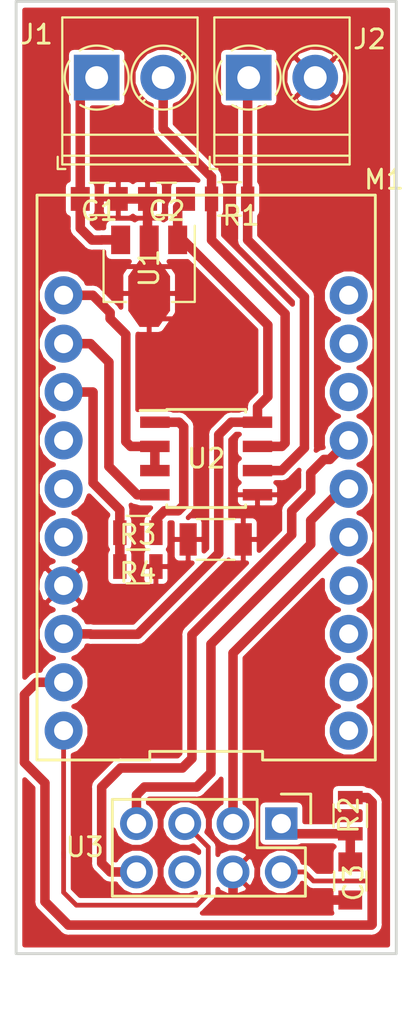
<source format=kicad_pcb>
(kicad_pcb (version 20171130) (host pcbnew "(5.0.2)-1")

  (general
    (thickness 1.6)
    (drawings 4)
    (tracks 125)
    (zones 0)
    (modules 14)
    (nets 27)
  )

  (page User 210.007 148.006)
  (layers
    (0 F.Cu signal)
    (31 B.Cu signal)
    (32 B.Adhes user)
    (33 F.Adhes user)
    (34 B.Paste user)
    (35 F.Paste user)
    (36 B.SilkS user)
    (37 F.SilkS user)
    (38 B.Mask user)
    (39 F.Mask user)
    (40 Dwgs.User user)
    (41 Cmts.User user)
    (42 Eco1.User user)
    (43 Eco2.User user)
    (44 Edge.Cuts user)
    (45 Margin user)
    (46 B.CrtYd user)
    (47 F.CrtYd user)
    (48 B.Fab user)
    (49 F.Fab user)
  )

  (setup
    (last_trace_width 0.5)
    (trace_clearance 0.25)
    (zone_clearance 0.25)
    (zone_45_only no)
    (trace_min 0.2)
    (segment_width 0.2)
    (edge_width 0.15)
    (via_size 1.8)
    (via_drill 0.8)
    (via_min_size 0.4)
    (via_min_drill 0.3)
    (uvia_size 0.3)
    (uvia_drill 0.1)
    (uvias_allowed no)
    (uvia_min_size 0.2)
    (uvia_min_drill 0.1)
    (pcb_text_width 0.3)
    (pcb_text_size 1.5 1.5)
    (mod_edge_width 0.15)
    (mod_text_size 1 1)
    (mod_text_width 0.15)
    (pad_size 1.7272 1.7272)
    (pad_drill 1.016)
    (pad_to_mask_clearance 0.051)
    (solder_mask_min_width 0.25)
    (aux_axis_origin 0 0)
    (visible_elements 7FFFFFFF)
    (pcbplotparams
      (layerselection 0x00020_7ffffffe)
      (usegerberextensions false)
      (usegerberattributes false)
      (usegerberadvancedattributes false)
      (creategerberjobfile false)
      (excludeedgelayer false)
      (linewidth 0.100000)
      (plotframeref false)
      (viasonmask false)
      (mode 1)
      (useauxorigin false)
      (hpglpennumber 1)
      (hpglpenspeed 20)
      (hpglpendiameter 15.000000)
      (psnegative false)
      (psa4output false)
      (plotreference true)
      (plotvalue true)
      (plotinvisibletext false)
      (padsonsilk true)
      (subtractmaskfromsilk false)
      (outputformat 4)
      (mirror false)
      (drillshape 1)
      (scaleselection 1)
      (outputdirectory ""))
  )

  (net 0 "")
  (net 1 VCC)
  (net 2 GND)
  (net 3 +5V)
  (net 4 "Net-(C3-Pad1)")
  (net 5 "Net-(M1-Pad20)")
  (net 6 /NSS)
  (net 7 "Net-(M1-Pad19)")
  (net 8 +3V3)
  (net 9 "Net-(M1-Pad18)")
  (net 10 "Net-(M1-Pad17)")
  (net 11 /SCK)
  (net 12 "Net-(M1-Pad5)")
  (net 13 /MOSI)
  (net 14 "Net-(M1-Pad6)")
  (net 15 /MISO)
  (net 16 "Net-(M1-Pad7)")
  (net 17 "Net-(M1-Pad13)")
  (net 18 /RX)
  (net 19 "Net-(M1-Pad12)")
  (net 20 /TX)
  (net 21 "Net-(M1-Pad11)")
  (net 22 /DE)
  (net 23 "Net-(U3-Pad6)")
  (net 24 /B)
  (net 25 /A)
  (net 26 "Net-(R3-Pad2)")

  (net_class Default "This is the default net class."
    (clearance 0.25)
    (trace_width 0.5)
    (via_dia 1.8)
    (via_drill 0.8)
    (uvia_dia 0.3)
    (uvia_drill 0.1)
    (add_net +3V3)
    (add_net +5V)
    (add_net /A)
    (add_net /B)
    (add_net /DE)
    (add_net /MISO)
    (add_net /MOSI)
    (add_net /NSS)
    (add_net /RX)
    (add_net /SCK)
    (add_net /TX)
    (add_net GND)
    (add_net "Net-(C3-Pad1)")
    (add_net "Net-(M1-Pad11)")
    (add_net "Net-(M1-Pad12)")
    (add_net "Net-(M1-Pad13)")
    (add_net "Net-(M1-Pad17)")
    (add_net "Net-(M1-Pad18)")
    (add_net "Net-(M1-Pad19)")
    (add_net "Net-(M1-Pad20)")
    (add_net "Net-(M1-Pad5)")
    (add_net "Net-(M1-Pad6)")
    (add_net "Net-(M1-Pad7)")
    (add_net "Net-(R3-Pad2)")
    (add_net "Net-(U3-Pad6)")
    (add_net VCC)
  )

  (module Capacitors_SMD:C_0805 (layer F.Cu) (tedit 58AA8463) (tstamp 60008885)
    (at 34.374 29.37)
    (descr "Capacitor SMD 0805, reflow soldering, AVX (see smccp.pdf)")
    (tags "capacitor 0805")
    (path /60005A09)
    (attr smd)
    (fp_text reference C1 (at 0 0.63) (layer F.SilkS)
      (effects (font (size 1 1) (thickness 0.15)))
    )
    (fp_text value 1u (at 0 1.75) (layer F.Fab)
      (effects (font (size 1 1) (thickness 0.15)))
    )
    (fp_text user %R (at 0 -1.5) (layer F.Fab)
      (effects (font (size 1 1) (thickness 0.15)))
    )
    (fp_line (start -1 0.62) (end -1 -0.62) (layer F.Fab) (width 0.1))
    (fp_line (start 1 0.62) (end -1 0.62) (layer F.Fab) (width 0.1))
    (fp_line (start 1 -0.62) (end 1 0.62) (layer F.Fab) (width 0.1))
    (fp_line (start -1 -0.62) (end 1 -0.62) (layer F.Fab) (width 0.1))
    (fp_line (start 0.5 -0.85) (end -0.5 -0.85) (layer F.SilkS) (width 0.12))
    (fp_line (start -0.5 0.85) (end 0.5 0.85) (layer F.SilkS) (width 0.12))
    (fp_line (start -1.75 -0.88) (end 1.75 -0.88) (layer F.CrtYd) (width 0.05))
    (fp_line (start -1.75 -0.88) (end -1.75 0.87) (layer F.CrtYd) (width 0.05))
    (fp_line (start 1.75 0.87) (end 1.75 -0.88) (layer F.CrtYd) (width 0.05))
    (fp_line (start 1.75 0.87) (end -1.75 0.87) (layer F.CrtYd) (width 0.05))
    (pad 1 smd rect (at -1 0) (size 1 1.25) (layers F.Cu F.Paste F.Mask)
      (net 1 VCC))
    (pad 2 smd rect (at 1 0) (size 1 1.25) (layers F.Cu F.Paste F.Mask)
      (net 2 GND))
    (model Capacitors_SMD.3dshapes/C_0805.wrl
      (at (xyz 0 0 0))
      (scale (xyz 1 1 1))
      (rotate (xyz 0 0 0))
    )
  )

  (module Capacitors_SMD:C_0805 (layer F.Cu) (tedit 58AA8463) (tstamp 60008896)
    (at 37.914 29.37 180)
    (descr "Capacitor SMD 0805, reflow soldering, AVX (see smccp.pdf)")
    (tags "capacitor 0805")
    (path /600059BF)
    (attr smd)
    (fp_text reference C2 (at -0.016 -0.63 180) (layer F.SilkS)
      (effects (font (size 1 1) (thickness 0.15)))
    )
    (fp_text value 1u (at 0 1.75 180) (layer F.Fab)
      (effects (font (size 1 1) (thickness 0.15)))
    )
    (fp_line (start 1.75 0.87) (end -1.75 0.87) (layer F.CrtYd) (width 0.05))
    (fp_line (start 1.75 0.87) (end 1.75 -0.88) (layer F.CrtYd) (width 0.05))
    (fp_line (start -1.75 -0.88) (end -1.75 0.87) (layer F.CrtYd) (width 0.05))
    (fp_line (start -1.75 -0.88) (end 1.75 -0.88) (layer F.CrtYd) (width 0.05))
    (fp_line (start -0.5 0.85) (end 0.5 0.85) (layer F.SilkS) (width 0.12))
    (fp_line (start 0.5 -0.85) (end -0.5 -0.85) (layer F.SilkS) (width 0.12))
    (fp_line (start -1 -0.62) (end 1 -0.62) (layer F.Fab) (width 0.1))
    (fp_line (start 1 -0.62) (end 1 0.62) (layer F.Fab) (width 0.1))
    (fp_line (start 1 0.62) (end -1 0.62) (layer F.Fab) (width 0.1))
    (fp_line (start -1 0.62) (end -1 -0.62) (layer F.Fab) (width 0.1))
    (fp_text user %R (at 0 -1.5 180) (layer F.Fab)
      (effects (font (size 1 1) (thickness 0.15)))
    )
    (pad 2 smd rect (at 1 0 180) (size 1 1.25) (layers F.Cu F.Paste F.Mask)
      (net 2 GND))
    (pad 1 smd rect (at -1 0 180) (size 1 1.25) (layers F.Cu F.Paste F.Mask)
      (net 3 +5V))
    (model Capacitors_SMD.3dshapes/C_0805.wrl
      (at (xyz 0 0 0))
      (scale (xyz 1 1 1))
      (rotate (xyz 0 0 0))
    )
  )

  (module Capacitors_SMD:C_0805 (layer F.Cu) (tedit 58AA8463) (tstamp 600088A7)
    (at 47.582 65.184 270)
    (descr "Capacitor SMD 0805, reflow soldering, AVX (see smccp.pdf)")
    (tags "capacitor 0805")
    (path /60013F44)
    (attr smd)
    (fp_text reference C3 (at 0.094 -0.17 90) (layer F.SilkS)
      (effects (font (size 1 1) (thickness 0.15)))
    )
    (fp_text value 100n (at 0 1.75 270) (layer F.Fab)
      (effects (font (size 1 1) (thickness 0.15)))
    )
    (fp_line (start 1.75 0.87) (end -1.75 0.87) (layer F.CrtYd) (width 0.05))
    (fp_line (start 1.75 0.87) (end 1.75 -0.88) (layer F.CrtYd) (width 0.05))
    (fp_line (start -1.75 -0.88) (end -1.75 0.87) (layer F.CrtYd) (width 0.05))
    (fp_line (start -1.75 -0.88) (end 1.75 -0.88) (layer F.CrtYd) (width 0.05))
    (fp_line (start -0.5 0.85) (end 0.5 0.85) (layer F.SilkS) (width 0.12))
    (fp_line (start 0.5 -0.85) (end -0.5 -0.85) (layer F.SilkS) (width 0.12))
    (fp_line (start -1 -0.62) (end 1 -0.62) (layer F.Fab) (width 0.1))
    (fp_line (start 1 -0.62) (end 1 0.62) (layer F.Fab) (width 0.1))
    (fp_line (start 1 0.62) (end -1 0.62) (layer F.Fab) (width 0.1))
    (fp_line (start -1 0.62) (end -1 -0.62) (layer F.Fab) (width 0.1))
    (fp_text user %R (at 0 -1.5 270) (layer F.Fab)
      (effects (font (size 1 1) (thickness 0.15)))
    )
    (pad 2 smd rect (at 1 0 270) (size 1 1.25) (layers F.Cu F.Paste F.Mask)
      (net 2 GND))
    (pad 1 smd rect (at -1 0 270) (size 1 1.25) (layers F.Cu F.Paste F.Mask)
      (net 4 "Net-(C3-Pad1)"))
    (model Capacitors_SMD.3dshapes/C_0805.wrl
      (at (xyz 0 0 0))
      (scale (xyz 1 1 1))
      (rotate (xyz 0 0 0))
    )
  )

  (module BK_Common:STM8S103_Minimum_Board (layer F.Cu) (tedit 5DDF94F7) (tstamp 600088CB)
    (at 40 46 90)
    (path /6000565E)
    (fp_text reference M1 (at 17.646 9.36 180) (layer F.SilkS)
      (effects (font (size 1 1) (thickness 0.15)))
    )
    (fp_text value STM8S103_Brd (at -7 -10 90) (layer F.Fab)
      (effects (font (size 1 1) (thickness 0.15)))
    )
    (fp_line (start -12.83 8.9) (end 16.83 8.9) (layer F.SilkS) (width 0.15))
    (fp_line (start 16.83 8.9) (end 16.83 -8.9) (layer F.SilkS) (width 0.15))
    (fp_line (start 16.83 -8.9) (end -12.83 -8.9) (layer F.SilkS) (width 0.15))
    (fp_line (start -12.83 -8.9) (end -12.83 -2.966666) (layer F.SilkS) (width 0.15))
    (fp_line (start -12.83 -2.966666) (end -12.38 -2.966666) (layer F.SilkS) (width 0.15))
    (fp_line (start -12.38 -2.966666) (end -12.38 2.966666) (layer F.SilkS) (width 0.15))
    (fp_line (start -12.38 2.966666) (end -12.83 2.966666) (layer F.SilkS) (width 0.15))
    (fp_line (start -12.83 2.966666) (end -12.83 8.9) (layer F.SilkS) (width 0.15))
    (fp_line (start -13 -9.05) (end 17 -9.05) (layer F.CrtYd) (width 0.05))
    (fp_line (start 17 -9.05) (end 17 9.05) (layer F.CrtYd) (width 0.05))
    (fp_line (start 17 9.05) (end -13 9.05) (layer F.CrtYd) (width 0.05))
    (fp_line (start -13 9.05) (end -13 -9.05) (layer F.CrtYd) (width 0.05))
    (pad 20 thru_hole circle (at -11.29025 7.498118 90) (size 2 2) (drill 1) (layers *.Cu *.Mask)
      (net 5 "Net-(M1-Pad20)"))
    (pad 1 thru_hole circle (at -11.29025 -7.501882 90) (size 2 2) (drill 1) (layers *.Cu *.Mask)
      (net 6 /NSS))
    (pad 19 thru_hole circle (at -8.75025 7.498118 90) (size 2 2) (drill 1) (layers *.Cu *.Mask)
      (net 7 "Net-(M1-Pad19)"))
    (pad 2 thru_hole circle (at -8.75025 -7.501882 90) (size 2 2) (drill 1) (layers *.Cu *.Mask)
      (net 8 +3V3))
    (pad 18 thru_hole circle (at -6.21025 7.498118 90) (size 2 2) (drill 1) (layers *.Cu *.Mask)
      (net 9 "Net-(M1-Pad18)"))
    (pad 3 thru_hole circle (at -6.21025 -7.501882 90) (size 2 2) (drill 1) (layers *.Cu *.Mask)
      (net 3 +5V))
    (pad 17 thru_hole circle (at -3.67025 7.498118 90) (size 2 2) (drill 1) (layers *.Cu *.Mask)
      (net 10 "Net-(M1-Pad17)"))
    (pad 4 thru_hole circle (at -3.67025 -7.501882 90) (size 2 2) (drill 1) (layers *.Cu *.Mask)
      (net 2 GND))
    (pad 16 thru_hole circle (at -1.13025 7.498118 90) (size 2 2) (drill 1) (layers *.Cu *.Mask)
      (net 11 /SCK))
    (pad 5 thru_hole circle (at -1.13025 -7.501882 90) (size 2 2) (drill 1) (layers *.Cu *.Mask)
      (net 12 "Net-(M1-Pad5)"))
    (pad 15 thru_hole circle (at 1.40975 7.498118 90) (size 2 2) (drill 1) (layers *.Cu *.Mask)
      (net 13 /MOSI))
    (pad 6 thru_hole circle (at 1.40975 -7.501882 90) (size 2 2) (drill 1) (layers *.Cu *.Mask)
      (net 14 "Net-(M1-Pad6)"))
    (pad 14 thru_hole circle (at 3.94975 7.498118 90) (size 2 2) (drill 1) (layers *.Cu *.Mask)
      (net 15 /MISO))
    (pad 7 thru_hole circle (at 3.94975 -7.501882 90) (size 2 2) (drill 1) (layers *.Cu *.Mask)
      (net 16 "Net-(M1-Pad7)"))
    (pad 13 thru_hole circle (at 6.48975 7.498118 90) (size 2 2) (drill 1) (layers *.Cu *.Mask)
      (net 17 "Net-(M1-Pad13)"))
    (pad 8 thru_hole circle (at 6.48975 -7.501882 90) (size 2 2) (drill 1) (layers *.Cu *.Mask)
      (net 18 /RX))
    (pad 12 thru_hole circle (at 9.02975 7.498118 90) (size 2 2) (drill 1) (layers *.Cu *.Mask)
      (net 19 "Net-(M1-Pad12)"))
    (pad 9 thru_hole circle (at 9.02975 -7.501882 90) (size 2 2) (drill 1) (layers *.Cu *.Mask)
      (net 20 /TX))
    (pad 11 thru_hole circle (at 11.56975 7.498118 90) (size 2 2) (drill 1) (layers *.Cu *.Mask)
      (net 21 "Net-(M1-Pad11)"))
    (pad 10 thru_hole circle (at 11.56975 -7.501882 90) (size 2 2) (drill 1) (layers *.Cu *.Mask)
      (net 22 /DE))
  )

  (module Resistors_SMD:R_0805 (layer F.Cu) (tedit 58E0A804) (tstamp 600088DC)
    (at 41.232 29.37)
    (descr "Resistor SMD 0805, reflow soldering, Vishay (see dcrcw.pdf)")
    (tags "resistor 0805")
    (path /600063DF)
    (attr smd)
    (fp_text reference R1 (at 0.6 0.88) (layer F.SilkS)
      (effects (font (size 1 1) (thickness 0.15)))
    )
    (fp_text value 120 (at 0 1.75) (layer F.Fab)
      (effects (font (size 1 1) (thickness 0.15)))
    )
    (fp_line (start 1.55 0.9) (end -1.55 0.9) (layer F.CrtYd) (width 0.05))
    (fp_line (start 1.55 0.9) (end 1.55 -0.9) (layer F.CrtYd) (width 0.05))
    (fp_line (start -1.55 -0.9) (end -1.55 0.9) (layer F.CrtYd) (width 0.05))
    (fp_line (start -1.55 -0.9) (end 1.55 -0.9) (layer F.CrtYd) (width 0.05))
    (fp_line (start -0.6 -0.88) (end 0.6 -0.88) (layer F.SilkS) (width 0.12))
    (fp_line (start 0.6 0.88) (end -0.6 0.88) (layer F.SilkS) (width 0.12))
    (fp_line (start -1 -0.62) (end 1 -0.62) (layer F.Fab) (width 0.1))
    (fp_line (start 1 -0.62) (end 1 0.62) (layer F.Fab) (width 0.1))
    (fp_line (start 1 0.62) (end -1 0.62) (layer F.Fab) (width 0.1))
    (fp_line (start -1 0.62) (end -1 -0.62) (layer F.Fab) (width 0.1))
    (fp_text user %R (at 0 0) (layer F.Fab)
      (effects (font (size 0.5 0.5) (thickness 0.075)))
    )
    (pad 2 smd rect (at 0.95 0) (size 0.7 1.3) (layers F.Cu F.Paste F.Mask)
      (net 25 /A))
    (pad 1 smd rect (at -0.95 0) (size 0.7 1.3) (layers F.Cu F.Paste F.Mask)
      (net 24 /B))
    (model ${KISYS3DMOD}/Resistors_SMD.3dshapes/R_0805.wrl
      (at (xyz 0 0 0))
      (scale (xyz 1 1 1))
      (rotate (xyz 0 0 0))
    )
  )

  (module Resistors_SMD:R_0805 (layer F.Cu) (tedit 58E0A804) (tstamp 600088ED)
    (at 47.582 61.755 90)
    (descr "Resistor SMD 0805, reflow soldering, Vishay (see dcrcw.pdf)")
    (tags "resistor 0805")
    (path /60012D69)
    (attr smd)
    (fp_text reference R2 (at 0.033 -0.084 270) (layer F.SilkS)
      (effects (font (size 1 1) (thickness 0.15)))
    )
    (fp_text value 1K (at 0 1.75 90) (layer F.Fab)
      (effects (font (size 1 1) (thickness 0.15)))
    )
    (fp_text user %R (at 0 0 90) (layer F.Fab)
      (effects (font (size 0.5 0.5) (thickness 0.075)))
    )
    (fp_line (start -1 0.62) (end -1 -0.62) (layer F.Fab) (width 0.1))
    (fp_line (start 1 0.62) (end -1 0.62) (layer F.Fab) (width 0.1))
    (fp_line (start 1 -0.62) (end 1 0.62) (layer F.Fab) (width 0.1))
    (fp_line (start -1 -0.62) (end 1 -0.62) (layer F.Fab) (width 0.1))
    (fp_line (start 0.6 0.88) (end -0.6 0.88) (layer F.SilkS) (width 0.12))
    (fp_line (start -0.6 -0.88) (end 0.6 -0.88) (layer F.SilkS) (width 0.12))
    (fp_line (start -1.55 -0.9) (end 1.55 -0.9) (layer F.CrtYd) (width 0.05))
    (fp_line (start -1.55 -0.9) (end -1.55 0.9) (layer F.CrtYd) (width 0.05))
    (fp_line (start 1.55 0.9) (end 1.55 -0.9) (layer F.CrtYd) (width 0.05))
    (fp_line (start 1.55 0.9) (end -1.55 0.9) (layer F.CrtYd) (width 0.05))
    (pad 1 smd rect (at -0.95 0 90) (size 0.7 1.3) (layers F.Cu F.Paste F.Mask)
      (net 4 "Net-(C3-Pad1)"))
    (pad 2 smd rect (at 0.95 0 90) (size 0.7 1.3) (layers F.Cu F.Paste F.Mask)
      (net 8 +3V3))
    (model ${KISYS3DMOD}/Resistors_SMD.3dshapes/R_0805.wrl
      (at (xyz 0 0 0))
      (scale (xyz 1 1 1))
      (rotate (xyz 0 0 0))
    )
  )

  (module TO_SOT_Packages_SMD:SOT-89-3 (layer F.Cu) (tedit 591F0203) (tstamp 60008905)
    (at 37 33 270)
    (descr SOT-89-3)
    (tags SOT-89-3)
    (path /600058C2)
    (attr smd)
    (fp_text reference U1 (at 0 0 270) (layer F.SilkS)
      (effects (font (size 1 1) (thickness 0.15)))
    )
    (fp_text value L78L05_SOT89 (at 0.45 3.25 270) (layer F.Fab)
      (effects (font (size 1 1) (thickness 0.15)))
    )
    (fp_line (start -2.48 2.55) (end -2.48 -2.55) (layer F.CrtYd) (width 0.05))
    (fp_line (start -2.48 2.55) (end 3.23 2.55) (layer F.CrtYd) (width 0.05))
    (fp_line (start 3.23 -2.55) (end -2.48 -2.55) (layer F.CrtYd) (width 0.05))
    (fp_line (start 3.23 -2.55) (end 3.23 2.55) (layer F.CrtYd) (width 0.05))
    (fp_line (start -0.13 -2.3) (end 1.68 -2.3) (layer F.Fab) (width 0.1))
    (fp_line (start -0.92 2.3) (end -0.92 -1.51) (layer F.Fab) (width 0.1))
    (fp_line (start 1.68 2.3) (end -0.92 2.3) (layer F.Fab) (width 0.1))
    (fp_line (start 1.68 -2.3) (end 1.68 2.3) (layer F.Fab) (width 0.1))
    (fp_line (start -0.92 -1.51) (end -0.13 -2.3) (layer F.Fab) (width 0.1))
    (fp_line (start 1.78 -2.4) (end 1.78 -1.2) (layer F.SilkS) (width 0.12))
    (fp_line (start -2.22 -2.4) (end 1.78 -2.4) (layer F.SilkS) (width 0.12))
    (fp_line (start 1.78 2.4) (end -0.92 2.4) (layer F.SilkS) (width 0.12))
    (fp_line (start 1.78 1.2) (end 1.78 2.4) (layer F.SilkS) (width 0.12))
    (fp_text user %R (at 0.38 0) (layer F.Fab)
      (effects (font (size 0.6 0.6) (thickness 0.09)))
    )
    (pad 2 smd trapezoid (at -0.0762 0) (size 1.5 1) (rect_delta 0 0.7 ) (layers F.Cu F.Paste F.Mask)
      (net 2 GND))
    (pad 2 smd rect (at 1.3335 0 180) (size 2.2 1.84) (layers F.Cu F.Paste F.Mask)
      (net 2 GND))
    (pad 3 smd rect (at -1.48 1.5 180) (size 1 1.5) (layers F.Cu F.Paste F.Mask)
      (net 1 VCC))
    (pad 2 smd rect (at -1.3335 0 180) (size 1 1.8) (layers F.Cu F.Paste F.Mask)
      (net 2 GND))
    (pad 1 smd rect (at -1.48 -1.5 180) (size 1 1.5) (layers F.Cu F.Paste F.Mask)
      (net 3 +5V))
    (pad 2 smd trapezoid (at 2.667 0 180) (size 1.6 0.85) (rect_delta 0 0.6 ) (layers F.Cu F.Paste F.Mask)
      (net 2 GND))
    (model ${KISYS3DMOD}/TO_SOT_Packages_SMD.3dshapes/SOT-89-3.wrl
      (at (xyz 0 0 0))
      (scale (xyz 1 1 1))
      (rotate (xyz 0 0 0))
    )
  )

  (module Housings_SOIC:SOIC-8_3.9x4.9mm_Pitch1.27mm (layer F.Cu) (tedit 58CD0CDA) (tstamp 60008922)
    (at 40 43)
    (descr "8-Lead Plastic Small Outline (SN) - Narrow, 3.90 mm Body [SOIC] (see Microchip Packaging Specification 00000049BS.pdf)")
    (tags "SOIC 1.27")
    (path /60005729)
    (attr smd)
    (fp_text reference U2 (at 0 0) (layer F.SilkS)
      (effects (font (size 1 1) (thickness 0.15)))
    )
    (fp_text value MAX485 (at 0 3.5) (layer F.Fab)
      (effects (font (size 1 1) (thickness 0.15)))
    )
    (fp_line (start -2.075 -2.525) (end -3.475 -2.525) (layer F.SilkS) (width 0.15))
    (fp_line (start -2.075 2.575) (end 2.075 2.575) (layer F.SilkS) (width 0.15))
    (fp_line (start -2.075 -2.575) (end 2.075 -2.575) (layer F.SilkS) (width 0.15))
    (fp_line (start -2.075 2.575) (end -2.075 2.43) (layer F.SilkS) (width 0.15))
    (fp_line (start 2.075 2.575) (end 2.075 2.43) (layer F.SilkS) (width 0.15))
    (fp_line (start 2.075 -2.575) (end 2.075 -2.43) (layer F.SilkS) (width 0.15))
    (fp_line (start -2.075 -2.575) (end -2.075 -2.525) (layer F.SilkS) (width 0.15))
    (fp_line (start -3.73 2.7) (end 3.73 2.7) (layer F.CrtYd) (width 0.05))
    (fp_line (start -3.73 -2.7) (end 3.73 -2.7) (layer F.CrtYd) (width 0.05))
    (fp_line (start 3.73 -2.7) (end 3.73 2.7) (layer F.CrtYd) (width 0.05))
    (fp_line (start -3.73 -2.7) (end -3.73 2.7) (layer F.CrtYd) (width 0.05))
    (fp_line (start -1.95 -1.45) (end -0.95 -2.45) (layer F.Fab) (width 0.1))
    (fp_line (start -1.95 2.45) (end -1.95 -1.45) (layer F.Fab) (width 0.1))
    (fp_line (start 1.95 2.45) (end -1.95 2.45) (layer F.Fab) (width 0.1))
    (fp_line (start 1.95 -2.45) (end 1.95 2.45) (layer F.Fab) (width 0.1))
    (fp_line (start -0.95 -2.45) (end 1.95 -2.45) (layer F.Fab) (width 0.1))
    (fp_text user %R (at 0 0) (layer F.Fab)
      (effects (font (size 1 1) (thickness 0.15)))
    )
    (pad 8 smd rect (at 2.7 -1.905) (size 1.55 0.6) (layers F.Cu F.Paste F.Mask)
      (net 3 +5V))
    (pad 7 smd rect (at 2.7 -0.635) (size 1.55 0.6) (layers F.Cu F.Paste F.Mask)
      (net 24 /B))
    (pad 6 smd rect (at 2.7 0.635) (size 1.55 0.6) (layers F.Cu F.Paste F.Mask)
      (net 25 /A))
    (pad 5 smd rect (at 2.7 1.905) (size 1.55 0.6) (layers F.Cu F.Paste F.Mask)
      (net 2 GND))
    (pad 4 smd rect (at -2.7 1.905) (size 1.55 0.6) (layers F.Cu F.Paste F.Mask)
      (net 20 /TX))
    (pad 3 smd rect (at -2.7 0.635) (size 1.55 0.6) (layers F.Cu F.Paste F.Mask)
      (net 22 /DE))
    (pad 2 smd rect (at -2.7 -0.635) (size 1.55 0.6) (layers F.Cu F.Paste F.Mask)
      (net 22 /DE))
    (pad 1 smd rect (at -2.7 -1.905) (size 1.55 0.6) (layers F.Cu F.Paste F.Mask)
      (net 26 "Net-(R3-Pad2)"))
    (model ${KISYS3DMOD}/Housings_SOIC.3dshapes/SOIC-8_3.9x4.9mm_Pitch1.27mm.wrl
      (at (xyz 0 0 0))
      (scale (xyz 1 1 1))
      (rotate (xyz 0 0 0))
    )
  )

  (module BK_Common:XY-WB_LT8920_Nosilk (layer F.Cu) (tedit 6004AAE6) (tstamp 6000893F)
    (at 40.111 62.238 180)
    (descr XY-WB-LT8920)
    (tags "2.4GHz Transceiver")
    (path /6000AAD2)
    (fp_text reference U3 (at 6.499 -1.168 180) (layer F.SilkS)
      (effects (font (size 1 1) (thickness 0.15)))
    )
    (fp_text value LT8920_Mini (at -0.035 -5.496 180) (layer F.Fab)
      (effects (font (size 1 1) (thickness 0.15)))
    )
    (fp_circle (center -5.4 -9.4) (end -5.039445 -9.4) (layer F.CrtYd) (width 0.15))
    (fp_line (start -6.3 -10.4) (end 6.3 -10.4) (layer F.CrtYd) (width 0.15))
    (fp_line (start 6.3 2) (end 6.3 -10.4) (layer F.CrtYd) (width 0.15))
    (fp_line (start -6.3 2) (end -6.3 -10.4) (layer F.CrtYd) (width 0.15))
    (fp_line (start 6.3 2) (end -6.3 2) (layer F.CrtYd) (width 0.15))
    (fp_line (start -5.591 1.818) (end 5.559 1.818) (layer F.CrtYd) (width 0.05))
    (fp_line (start -5.591 -4.232) (end 5.559 -4.232) (layer F.CrtYd) (width 0.05))
    (fp_line (start -5.591 1.818) (end -5.591 -4.232) (layer F.CrtYd) (width 0.05))
    (fp_line (start 5.559 1.818) (end 5.559 -4.232) (layer F.CrtYd) (width 0.05))
    (fp_line (start -2.571 1.338) (end 5.049 1.338) (layer F.SilkS) (width 0.15))
    (fp_line (start 5.049 1.338) (end 5.049 -3.742) (layer F.SilkS) (width 0.15))
    (fp_line (start 5.049 -3.742) (end -5.111 -3.742) (layer F.SilkS) (width 0.15))
    (fp_line (start -5.111 -3.742) (end -5.111 -1.202) (layer F.SilkS) (width 0.15))
    (fp_line (start -5.391 0.068) (end -5.391 1.618) (layer F.SilkS) (width 0.15))
    (fp_line (start -5.111 -1.202) (end -2.571 -1.202) (layer F.SilkS) (width 0.15))
    (fp_line (start -2.571 -1.202) (end -2.571 1.338) (layer F.SilkS) (width 0.15))
    (fp_line (start -5.391 1.618) (end -3.841 1.618) (layer F.SilkS) (width 0.15))
    (pad 1 thru_hole rect (at -3.841 0.068 270) (size 1.7 1.7) (drill 1.016) (layers *.Cu *.Mask)
      (net 4 "Net-(C3-Pad1)"))
    (pad 8 thru_hole circle (at -3.841 -2.472 270) (size 1.7272 1.7272) (drill 1.016) (layers *.Cu *.Mask)
      (net 8 +3V3))
    (pad 2 thru_hole circle (at -1.301 0.068 270) (size 1.7272 1.7272) (drill 1.016) (layers *.Cu *.Mask)
      (net 11 /SCK))
    (pad 7 thru_hole circle (at -1.301 -2.472 270) (size 1.7272 1.7272) (drill 1.016) (layers *.Cu *.Mask)
      (net 2 GND))
    (pad 3 thru_hole circle (at 1.239 0.068 270) (size 1.7272 1.7272) (drill 1.016) (layers *.Cu *.Mask)
      (net 6 /NSS))
    (pad 6 thru_hole circle (at 1.239 -2.472 270) (size 1.7272 1.7272) (drill 1.016) (layers *.Cu *.Mask)
      (net 23 "Net-(U3-Pad6)"))
    (pad 4 thru_hole circle (at 3.779 0.068 270) (size 1.7272 1.7272) (drill 1.016) (layers *.Cu *.Mask)
      (net 13 /MOSI))
    (pad 5 thru_hole circle (at 3.779 -2.472 270) (size 1.7272 1.7272) (drill 1.016) (layers *.Cu *.Mask)
      (net 15 /MISO))
  )

  (module BK_Common:TerminalBlock_Phoenix_PT-1,5-2-3.5-H_1x02_P3.50mm_Horizontal (layer F.Cu) (tedit 5B294F3F) (tstamp 60009213)
    (at 34.238 23)
    (descr "Terminal Block Phoenix PT-1,5-2-3.5-H, 2 pins, pitch 3.5mm, size 7x7.6mm^2, drill diamater 1.2mm, pad diameter 2.4mm, see , script-generated using https://github.com/pointhi/kicad-footprint-generator/scripts/TerminalBlock_Phoenix")
    (tags "THT Terminal Block Phoenix PT-1,5-2-3.5-H pitch 3.5mm size 7x7.6mm^2 drill 1.2mm pad 2.4mm")
    (path /6001A328)
    (fp_text reference J1 (at -3.166 -2.266) (layer F.SilkS)
      (effects (font (size 1 1) (thickness 0.15)))
    )
    (fp_text value 485_1 (at 1.75 5.56) (layer F.Fab)
      (effects (font (size 1 1) (thickness 0.15)))
    )
    (fp_text user %R (at 1.75 2.4) (layer F.Fab)
      (effects (font (size 1 1) (thickness 0.15)))
    )
    (fp_line (start 5.75 -3.6) (end -2.25 -3.6) (layer F.CrtYd) (width 0.05))
    (fp_line (start 5.75 5) (end 5.75 -3.6) (layer F.CrtYd) (width 0.05))
    (fp_line (start -2.25 5) (end 5.75 5) (layer F.CrtYd) (width 0.05))
    (fp_line (start -2.25 -3.6) (end -2.25 5) (layer F.CrtYd) (width 0.05))
    (fp_line (start -2.05 4.8) (end -1.65 4.8) (layer F.SilkS) (width 0.12))
    (fp_line (start -2.05 4.16) (end -2.05 4.8) (layer F.SilkS) (width 0.12))
    (fp_line (start 2.355 0.941) (end 2.226 1.069) (layer F.SilkS) (width 0.12))
    (fp_line (start 4.57 -1.275) (end 4.476 -1.181) (layer F.SilkS) (width 0.12))
    (fp_line (start 2.525 1.181) (end 2.431 1.274) (layer F.SilkS) (width 0.12))
    (fp_line (start 4.775 -1.069) (end 4.646 -0.941) (layer F.SilkS) (width 0.12))
    (fp_line (start 4.455 -1.138) (end 2.363 0.955) (layer F.Fab) (width 0.1))
    (fp_line (start 4.638 -0.955) (end 2.546 1.138) (layer F.Fab) (width 0.1))
    (fp_line (start 0.955 -1.138) (end -1.138 0.955) (layer F.Fab) (width 0.1))
    (fp_line (start 1.138 -0.955) (end -0.955 1.138) (layer F.Fab) (width 0.1))
    (fp_line (start 5.31 -3.16) (end 5.31 4.56) (layer F.SilkS) (width 0.12))
    (fp_line (start -1.81 -3.16) (end -1.81 4.56) (layer F.SilkS) (width 0.12))
    (fp_line (start -1.81 4.56) (end 5.31 4.56) (layer F.SilkS) (width 0.12))
    (fp_line (start -1.81 -3.16) (end 5.31 -3.16) (layer F.SilkS) (width 0.12))
    (fp_line (start -1.81 3) (end 5.31 3) (layer F.SilkS) (width 0.12))
    (fp_line (start -1.75 3) (end 5.25 3) (layer F.Fab) (width 0.1))
    (fp_line (start -1.81 4.1) (end 5.31 4.1) (layer F.SilkS) (width 0.12))
    (fp_line (start -1.75 4.1) (end 5.25 4.1) (layer F.Fab) (width 0.1))
    (fp_line (start -1.75 4.1) (end -1.75 -3.1) (layer F.Fab) (width 0.1))
    (fp_line (start -1.35 4.5) (end -1.75 4.1) (layer F.Fab) (width 0.1))
    (fp_line (start 5.25 4.5) (end -1.35 4.5) (layer F.Fab) (width 0.1))
    (fp_line (start 5.25 -3.1) (end 5.25 4.5) (layer F.Fab) (width 0.1))
    (fp_line (start -1.75 -3.1) (end 5.25 -3.1) (layer F.Fab) (width 0.1))
    (fp_circle (center 3.5 0) (end 5.18 0) (layer F.SilkS) (width 0.12))
    (fp_circle (center 3.5 0) (end 5 0) (layer F.Fab) (width 0.1))
    (fp_circle (center 0 0) (end 1.5 0) (layer F.Fab) (width 0.1))
    (fp_arc (start 0 0) (end -0.866 1.44) (angle -32) (layer F.SilkS) (width 0.12))
    (fp_arc (start 0 0) (end -1.44 -0.866) (angle -63) (layer F.SilkS) (width 0.12))
    (fp_arc (start 0 0) (end 0.866 -1.44) (angle -63) (layer F.SilkS) (width 0.12))
    (fp_arc (start 0 0) (end 1.425 0.891) (angle -64) (layer F.SilkS) (width 0.12))
    (fp_arc (start 0 0) (end 0 1.68) (angle -32) (layer F.SilkS) (width 0.12))
    (pad 2 thru_hole circle (at 3.5 0) (size 2.4 2.4) (drill 1.2) (layers *.Cu *.Mask)
      (net 24 /B))
    (pad 1 thru_hole rect (at 0 0) (size 2.4 2.4) (drill 1.2) (layers *.Cu *.Mask)
      (net 1 VCC))
    (model ${KISYS3DMOD}/TerminalBlock_Phoenix.3dshapes/TerminalBlock_Phoenix_PT-1,5-2-3.5-H_1x02_P3.50mm_Horizontal.wrl
      (at (xyz 0 0 0))
      (scale (xyz 1 1 1))
      (rotate (xyz 0 0 0))
    )
  )

  (module BK_Common:TerminalBlock_Phoenix_PT-1,5-2-3.5-H_1x02_P3.50mm_Horizontal (layer F.Cu) (tedit 5B294F3F) (tstamp 6000CC42)
    (at 42.238 23)
    (descr "Terminal Block Phoenix PT-1,5-2-3.5-H, 2 pins, pitch 3.5mm, size 7x7.6mm^2, drill diamater 1.2mm, pad diameter 2.4mm, see , script-generated using https://github.com/pointhi/kicad-footprint-generator/scripts/TerminalBlock_Phoenix")
    (tags "THT Terminal Block Phoenix PT-1,5-2-3.5-H pitch 3.5mm size 7x7.6mm^2 drill 1.2mm pad 2.4mm")
    (path /6001A3A0)
    (fp_text reference J2 (at 6.36 -2.012) (layer F.SilkS)
      (effects (font (size 1 1) (thickness 0.15)))
    )
    (fp_text value 485_2 (at 1.75 5.56) (layer F.Fab)
      (effects (font (size 1 1) (thickness 0.15)))
    )
    (fp_arc (start 0 0) (end 0 1.68) (angle -32) (layer F.SilkS) (width 0.12))
    (fp_arc (start 0 0) (end 1.425 0.891) (angle -64) (layer F.SilkS) (width 0.12))
    (fp_arc (start 0 0) (end 0.866 -1.44) (angle -63) (layer F.SilkS) (width 0.12))
    (fp_arc (start 0 0) (end -1.44 -0.866) (angle -63) (layer F.SilkS) (width 0.12))
    (fp_arc (start 0 0) (end -0.866 1.44) (angle -32) (layer F.SilkS) (width 0.12))
    (fp_circle (center 0 0) (end 1.5 0) (layer F.Fab) (width 0.1))
    (fp_circle (center 3.5 0) (end 5 0) (layer F.Fab) (width 0.1))
    (fp_circle (center 3.5 0) (end 5.18 0) (layer F.SilkS) (width 0.12))
    (fp_line (start -1.75 -3.1) (end 5.25 -3.1) (layer F.Fab) (width 0.1))
    (fp_line (start 5.25 -3.1) (end 5.25 4.5) (layer F.Fab) (width 0.1))
    (fp_line (start 5.25 4.5) (end -1.35 4.5) (layer F.Fab) (width 0.1))
    (fp_line (start -1.35 4.5) (end -1.75 4.1) (layer F.Fab) (width 0.1))
    (fp_line (start -1.75 4.1) (end -1.75 -3.1) (layer F.Fab) (width 0.1))
    (fp_line (start -1.75 4.1) (end 5.25 4.1) (layer F.Fab) (width 0.1))
    (fp_line (start -1.81 4.1) (end 5.31 4.1) (layer F.SilkS) (width 0.12))
    (fp_line (start -1.75 3) (end 5.25 3) (layer F.Fab) (width 0.1))
    (fp_line (start -1.81 3) (end 5.31 3) (layer F.SilkS) (width 0.12))
    (fp_line (start -1.81 -3.16) (end 5.31 -3.16) (layer F.SilkS) (width 0.12))
    (fp_line (start -1.81 4.56) (end 5.31 4.56) (layer F.SilkS) (width 0.12))
    (fp_line (start -1.81 -3.16) (end -1.81 4.56) (layer F.SilkS) (width 0.12))
    (fp_line (start 5.31 -3.16) (end 5.31 4.56) (layer F.SilkS) (width 0.12))
    (fp_line (start 1.138 -0.955) (end -0.955 1.138) (layer F.Fab) (width 0.1))
    (fp_line (start 0.955 -1.138) (end -1.138 0.955) (layer F.Fab) (width 0.1))
    (fp_line (start 4.638 -0.955) (end 2.546 1.138) (layer F.Fab) (width 0.1))
    (fp_line (start 4.455 -1.138) (end 2.363 0.955) (layer F.Fab) (width 0.1))
    (fp_line (start 4.775 -1.069) (end 4.646 -0.941) (layer F.SilkS) (width 0.12))
    (fp_line (start 2.525 1.181) (end 2.431 1.274) (layer F.SilkS) (width 0.12))
    (fp_line (start 4.57 -1.275) (end 4.476 -1.181) (layer F.SilkS) (width 0.12))
    (fp_line (start 2.355 0.941) (end 2.226 1.069) (layer F.SilkS) (width 0.12))
    (fp_line (start -2.05 4.16) (end -2.05 4.8) (layer F.SilkS) (width 0.12))
    (fp_line (start -2.05 4.8) (end -1.65 4.8) (layer F.SilkS) (width 0.12))
    (fp_line (start -2.25 -3.6) (end -2.25 5) (layer F.CrtYd) (width 0.05))
    (fp_line (start -2.25 5) (end 5.75 5) (layer F.CrtYd) (width 0.05))
    (fp_line (start 5.75 5) (end 5.75 -3.6) (layer F.CrtYd) (width 0.05))
    (fp_line (start 5.75 -3.6) (end -2.25 -3.6) (layer F.CrtYd) (width 0.05))
    (fp_text user %R (at 1.75 2.4) (layer F.Fab)
      (effects (font (size 1 1) (thickness 0.15)))
    )
    (pad 1 thru_hole rect (at 0 0) (size 2.4 2.4) (drill 1.2) (layers *.Cu *.Mask)
      (net 25 /A))
    (pad 2 thru_hole circle (at 3.5 0) (size 2.4 2.4) (drill 1.2) (layers *.Cu *.Mask)
      (net 2 GND))
    (model ${KISYS3DMOD}/TerminalBlock_Phoenix.3dshapes/TerminalBlock_Phoenix_PT-1,5-2-3.5-H_1x02_P3.50mm_Horizontal.wrl
      (at (xyz 0 0 0))
      (scale (xyz 1 1 1))
      (rotate (xyz 0 0 0))
    )
  )

  (module Resistors_SMD:R_1206 (layer F.Cu) (tedit 6000829C) (tstamp 60009E04)
    (at 40.5 47.25)
    (descr "Resistor SMD 1206, reflow soldering, Vishay (see dcrcw.pdf)")
    (tags "resistor 1206")
    (attr smd)
    (fp_text reference REF** (at 0 -1.85) (layer F.SilkS) hide
      (effects (font (size 1 1) (thickness 0.15)))
    )
    (fp_text value R_1206 (at 0 1.95) (layer F.Fab)
      (effects (font (size 1 1) (thickness 0.15)))
    )
    (fp_text user %R (at 0 0) (layer F.Fab)
      (effects (font (size 0.7 0.7) (thickness 0.105)))
    )
    (fp_line (start -1.6 0.8) (end -1.6 -0.8) (layer F.Fab) (width 0.1))
    (fp_line (start 1.6 0.8) (end -1.6 0.8) (layer F.Fab) (width 0.1))
    (fp_line (start 1.6 -0.8) (end 1.6 0.8) (layer F.Fab) (width 0.1))
    (fp_line (start -1.6 -0.8) (end 1.6 -0.8) (layer F.Fab) (width 0.1))
    (fp_line (start 1 1.07) (end -1 1.07) (layer F.SilkS) (width 0.12))
    (fp_line (start -1 -1.07) (end 1 -1.07) (layer F.SilkS) (width 0.12))
    (fp_line (start -2.15 -1.11) (end 2.15 -1.11) (layer F.CrtYd) (width 0.05))
    (fp_line (start -2.15 -1.11) (end -2.15 1.1) (layer F.CrtYd) (width 0.05))
    (fp_line (start 2.15 1.1) (end 2.15 -1.11) (layer F.CrtYd) (width 0.05))
    (fp_line (start 2.15 1.1) (end -2.15 1.1) (layer F.CrtYd) (width 0.05))
    (pad 1 smd rect (at -1.45 0) (size 0.9 1.7) (layers F.Cu F.Paste F.Mask)
      (net 2 GND))
    (pad 2 smd rect (at 1.45 0) (size 0.9 1.7) (layers F.Cu F.Paste F.Mask)
      (net 2 GND))
    (model ${KISYS3DMOD}/Resistors_SMD.3dshapes/R_1206.wrl
      (at (xyz 0 0 0))
      (scale (xyz 1 1 1))
      (rotate (xyz 0 0 0))
    )
  )

  (module Resistors_SMD:R_0805 (layer F.Cu) (tedit 58E0A804) (tstamp 6000A8AC)
    (at 36.406 46.896)
    (descr "Resistor SMD 0805, reflow soldering, Vishay (see dcrcw.pdf)")
    (tags "resistor 0805")
    (path /60020CAC)
    (attr smd)
    (fp_text reference R3 (at 0 0.104) (layer F.SilkS)
      (effects (font (size 1 1) (thickness 0.15)))
    )
    (fp_text value 1K (at 0 1.75) (layer F.Fab)
      (effects (font (size 1 1) (thickness 0.15)))
    )
    (fp_line (start 1.55 0.9) (end -1.55 0.9) (layer F.CrtYd) (width 0.05))
    (fp_line (start 1.55 0.9) (end 1.55 -0.9) (layer F.CrtYd) (width 0.05))
    (fp_line (start -1.55 -0.9) (end -1.55 0.9) (layer F.CrtYd) (width 0.05))
    (fp_line (start -1.55 -0.9) (end 1.55 -0.9) (layer F.CrtYd) (width 0.05))
    (fp_line (start -0.6 -0.88) (end 0.6 -0.88) (layer F.SilkS) (width 0.12))
    (fp_line (start 0.6 0.88) (end -0.6 0.88) (layer F.SilkS) (width 0.12))
    (fp_line (start -1 -0.62) (end 1 -0.62) (layer F.Fab) (width 0.1))
    (fp_line (start 1 -0.62) (end 1 0.62) (layer F.Fab) (width 0.1))
    (fp_line (start 1 0.62) (end -1 0.62) (layer F.Fab) (width 0.1))
    (fp_line (start -1 0.62) (end -1 -0.62) (layer F.Fab) (width 0.1))
    (fp_text user %R (at 0 0) (layer F.Fab)
      (effects (font (size 0.5 0.5) (thickness 0.075)))
    )
    (pad 2 smd rect (at 0.95 0) (size 0.7 1.3) (layers F.Cu F.Paste F.Mask)
      (net 26 "Net-(R3-Pad2)"))
    (pad 1 smd rect (at -0.95 0) (size 0.7 1.3) (layers F.Cu F.Paste F.Mask)
      (net 18 /RX))
    (model ${KISYS3DMOD}/Resistors_SMD.3dshapes/R_0805.wrl
      (at (xyz 0 0 0))
      (scale (xyz 1 1 1))
      (rotate (xyz 0 0 0))
    )
  )

  (module Resistors_SMD:R_0805 (layer F.Cu) (tedit 58E0A804) (tstamp 6000A8BD)
    (at 36.406 48.674 180)
    (descr "Resistor SMD 0805, reflow soldering, Vishay (see dcrcw.pdf)")
    (tags "resistor 0805")
    (path /60020D0C)
    (attr smd)
    (fp_text reference R4 (at 0 -0.326 180) (layer F.SilkS)
      (effects (font (size 1 1) (thickness 0.15)))
    )
    (fp_text value 2K (at 0 1.75 180) (layer F.Fab)
      (effects (font (size 1 1) (thickness 0.15)))
    )
    (fp_text user %R (at 0 0 270) (layer F.Fab)
      (effects (font (size 0.5 0.5) (thickness 0.075)))
    )
    (fp_line (start -1 0.62) (end -1 -0.62) (layer F.Fab) (width 0.1))
    (fp_line (start 1 0.62) (end -1 0.62) (layer F.Fab) (width 0.1))
    (fp_line (start 1 -0.62) (end 1 0.62) (layer F.Fab) (width 0.1))
    (fp_line (start -1 -0.62) (end 1 -0.62) (layer F.Fab) (width 0.1))
    (fp_line (start 0.6 0.88) (end -0.6 0.88) (layer F.SilkS) (width 0.12))
    (fp_line (start -0.6 -0.88) (end 0.6 -0.88) (layer F.SilkS) (width 0.12))
    (fp_line (start -1.55 -0.9) (end 1.55 -0.9) (layer F.CrtYd) (width 0.05))
    (fp_line (start -1.55 -0.9) (end -1.55 0.9) (layer F.CrtYd) (width 0.05))
    (fp_line (start 1.55 0.9) (end 1.55 -0.9) (layer F.CrtYd) (width 0.05))
    (fp_line (start 1.55 0.9) (end -1.55 0.9) (layer F.CrtYd) (width 0.05))
    (pad 1 smd rect (at -0.95 0 180) (size 0.7 1.3) (layers F.Cu F.Paste F.Mask)
      (net 2 GND))
    (pad 2 smd rect (at 0.95 0 180) (size 0.7 1.3) (layers F.Cu F.Paste F.Mask)
      (net 18 /RX))
    (model ${KISYS3DMOD}/Resistors_SMD.3dshapes/R_0805.wrl
      (at (xyz 0 0 0))
      (scale (xyz 1 1 1))
      (rotate (xyz 0 0 0))
    )
  )

  (gr_line (start 30 69) (end 30 19) (layer Edge.Cuts) (width 0.15))
  (gr_line (start 50 69) (end 30 69) (layer Edge.Cuts) (width 0.15))
  (gr_line (start 50 19) (end 50 69) (layer Edge.Cuts) (width 0.15))
  (gr_line (start 30 19) (end 50 19) (layer Edge.Cuts) (width 0.15))

  (segment (start 33.374 23.864) (end 34.238 23) (width 0.5) (layer F.Cu) (net 1))
  (segment (start 33.374 29.37) (end 33.374 23.864) (width 0.5) (layer F.Cu) (net 1))
  (segment (start 34.5 31.52) (end 34.491 31.529) (width 0.5) (layer F.Cu) (net 1))
  (segment (start 35.5 31.52) (end 34.5 31.52) (width 0.5) (layer F.Cu) (net 1))
  (segment (start 34.491 31.529) (end 33.993 31.529) (width 0.5) (layer F.Cu) (net 1))
  (segment (start 33.374 30.91) (end 33.374 29.37) (width 0.5) (layer F.Cu) (net 1))
  (segment (start 33.993 31.529) (end 33.374 30.91) (width 0.5) (layer F.Cu) (net 1))
  (segment (start 35.374 29.37) (end 36.914 29.37) (width 0.5) (layer F.Cu) (net 2))
  (segment (start 36.914 31.5805) (end 37 31.6665) (width 0.5) (layer F.Cu) (net 2))
  (segment (start 36.914 29.37) (end 36.914 31.5805) (width 0.5) (layer F.Cu) (net 2))
  (segment (start 37 31.6665) (end 37 35.667) (width 0.5) (layer F.Cu) (net 2))
  (segment (start 41.412 66.3165) (end 41.412 64.71) (width 0.5) (layer F.Cu) (net 2))
  (segment (start 41.613 66.5175) (end 41.412 66.3165) (width 0.5) (layer F.Cu) (net 2))
  (segment (start 46.1235 66.5175) (end 41.613 66.5175) (width 0.5) (layer F.Cu) (net 2))
  (segment (start 47.582 66.184) (end 46.457 66.184) (width 0.5) (layer F.Cu) (net 2))
  (segment (start 46.457 66.184) (end 46.1235 66.5175) (width 0.5) (layer F.Cu) (net 2))
  (segment (start 38.5 29.784) (end 38.914 29.37) (width 0.5) (layer F.Cu) (net 3))
  (segment (start 38.5 31.52) (end 38.5 29.784) (width 0.5) (layer F.Cu) (net 3))
  (segment (start 33.912331 52.21025) (end 33.932081 52.23) (width 0.5) (layer F.Cu) (net 3))
  (segment (start 32.498118 52.21025) (end 33.912331 52.21025) (width 0.5) (layer F.Cu) (net 3))
  (segment (start 33.932081 52.23) (end 36.406 52.23) (width 0.5) (layer F.Cu) (net 3))
  (segment (start 36.406 52.23) (end 40.6605 47.9755) (width 0.5) (layer F.Cu) (net 3))
  (segment (start 40.6605 47.9755) (end 40.6605 41.7525) (width 0.5) (layer F.Cu) (net 3))
  (segment (start 41.318 41.095) (end 42.7 41.095) (width 0.5) (layer F.Cu) (net 3))
  (segment (start 40.6605 41.7525) (end 41.318 41.095) (width 0.5) (layer F.Cu) (net 3))
  (segment (start 38.77 31.52) (end 38.5 31.52) (width 0.5) (layer F.Cu) (net 3))
  (segment (start 43.245 35.995) (end 38.77 31.52) (width 0.5) (layer F.Cu) (net 3))
  (segment (start 43.245 39.75) (end 43.245 35.995) (width 0.5) (layer F.Cu) (net 3))
  (segment (start 42.7 41.095) (end 42.7 40.295) (width 0.5) (layer F.Cu) (net 3))
  (segment (start 42.7 40.295) (end 43.245 39.75) (width 0.5) (layer F.Cu) (net 3))
  (segment (start 47.582 64.184) (end 47.582 62.705) (width 0.5) (layer F.Cu) (net 4))
  (segment (start 44.487 62.705) (end 43.952 62.17) (width 0.5) (layer F.Cu) (net 4))
  (segment (start 47.582 62.705) (end 44.487 62.705) (width 0.5) (layer F.Cu) (net 4))
  (segment (start 40.110601 63.408601) (end 40.110601 65.860899) (width 0.25) (layer F.Cu) (net 6))
  (segment (start 38.872 62.17) (end 40.110601 63.408601) (width 0.25) (layer F.Cu) (net 6))
  (segment (start 40.110601 65.860899) (end 39.5175 66.454) (width 0.25) (layer F.Cu) (net 6))
  (segment (start 39.5175 66.454) (end 33.1675 66.454) (width 0.25) (layer F.Cu) (net 6))
  (segment (start 33.1675 66.454) (end 32.498118 65.784618) (width 0.25) (layer F.Cu) (net 6))
  (segment (start 32.498118 63.66) (end 32.498118 63.816118) (width 0.25) (layer F.Cu) (net 6))
  (segment (start 32.498118 58.704463) (end 32.498118 63.9775) (width 0.25) (layer F.Cu) (net 6))
  (segment (start 32.498118 57.29025) (end 32.498118 58.704463) (width 0.25) (layer F.Cu) (net 6))
  (segment (start 32.498118 65.784618) (end 32.498118 63.9775) (width 0.25) (layer F.Cu) (net 6))
  (segment (start 32.498118 63.9775) (end 32.498118 63.66) (width 0.25) (layer F.Cu) (net 6))
  (segment (start 48.732001 61.055001) (end 48.6615 60.9845) (width 0.5) (layer F.Cu) (net 8))
  (segment (start 48.482 60.805) (end 48.6615 60.9845) (width 0.5) (layer F.Cu) (net 8))
  (segment (start 47.582 60.805) (end 48.482 60.805) (width 0.5) (layer F.Cu) (net 8))
  (segment (start 45.647314 65.184) (end 48.732001 65.184) (width 0.25) (layer F.Cu) (net 8))
  (segment (start 45.173314 64.71) (end 45.647314 65.184) (width 0.25) (layer F.Cu) (net 8))
  (segment (start 43.952 64.71) (end 45.173314 64.71) (width 0.25) (layer F.Cu) (net 8))
  (segment (start 48.732001 65.184) (end 48.732001 61.055001) (width 0.5) (layer F.Cu) (net 8))
  (segment (start 31.083905 54.75025) (end 30.437 55.397155) (width 0.5) (layer F.Cu) (net 8))
  (segment (start 48.732001 67.462999) (end 48.732001 65.184) (width 0.5) (layer F.Cu) (net 8))
  (segment (start 32.498118 54.75025) (end 31.083905 54.75025) (width 0.5) (layer F.Cu) (net 8))
  (segment (start 48.695 67.5) (end 48.732001 67.462999) (width 0.5) (layer F.Cu) (net 8))
  (segment (start 30.437 55.397155) (end 30.437 58.961) (width 0.5) (layer F.Cu) (net 8))
  (segment (start 30.437 58.961) (end 31.5165 60.0405) (width 0.5) (layer F.Cu) (net 8))
  (segment (start 31.5165 60.0405) (end 31.5165 66.2665) (width 0.5) (layer F.Cu) (net 8))
  (segment (start 32.75 67.5) (end 48.695 67.5) (width 0.5) (layer F.Cu) (net 8))
  (segment (start 31.5165 66.2665) (end 32.75 67.5) (width 0.5) (layer F.Cu) (net 8))
  (segment (start 41.412 53.216368) (end 41.412 62.17) (width 0.5) (layer F.Cu) (net 11))
  (segment (start 47.498118 47.13025) (end 41.412 53.216368) (width 0.5) (layer F.Cu) (net 11))
  (segment (start 36.332 60.668) (end 36.332 62.17) (width 0.5) (layer F.Cu) (net 13))
  (segment (start 47.15975 44.59025) (end 45.5 46.25) (width 0.5) (layer F.Cu) (net 13))
  (segment (start 47.498118 44.59025) (end 47.15975 44.59025) (width 0.5) (layer F.Cu) (net 13))
  (segment (start 45.5 46.25) (end 45.5 47.5) (width 0.5) (layer F.Cu) (net 13))
  (segment (start 45.5 47.5) (end 40.25 52.75) (width 0.5) (layer F.Cu) (net 13))
  (segment (start 40.25 52.75) (end 40.25 59.5) (width 0.5) (layer F.Cu) (net 13))
  (segment (start 40.25 59.5) (end 39.5 60.25) (width 0.5) (layer F.Cu) (net 13))
  (segment (start 39.5 60.25) (end 36.75 60.25) (width 0.5) (layer F.Cu) (net 13))
  (segment (start 36.75 60.25) (end 36.332 60.668) (width 0.5) (layer F.Cu) (net 13))
  (segment (start 35.5 59.25) (end 34.5 60.25) (width 0.5) (layer F.Cu) (net 15))
  (segment (start 39.25 58.75) (end 38.75 59.25) (width 0.5) (layer F.Cu) (net 15))
  (segment (start 39.25 52.25) (end 39.25 58.75) (width 0.5) (layer F.Cu) (net 15))
  (segment (start 46.498119 43.050249) (end 46.199751 43.050249) (width 0.5) (layer F.Cu) (net 15))
  (segment (start 47.498118 42.05025) (end 46.498119 43.050249) (width 0.5) (layer F.Cu) (net 15))
  (segment (start 44.5 47) (end 39.25 52.25) (width 0.5) (layer F.Cu) (net 15))
  (segment (start 46.199751 43.050249) (end 45.5 43.75) (width 0.5) (layer F.Cu) (net 15))
  (segment (start 38.75 59.25) (end 35.5 59.25) (width 0.5) (layer F.Cu) (net 15))
  (segment (start 45.5 43.75) (end 45.5 44.75) (width 0.5) (layer F.Cu) (net 15))
  (segment (start 45.5 44.75) (end 44.5 45.75) (width 0.5) (layer F.Cu) (net 15))
  (segment (start 44.5 45.75) (end 44.5 47) (width 0.5) (layer F.Cu) (net 15))
  (segment (start 34.5 60.25) (end 34.5 64.25) (width 0.5) (layer F.Cu) (net 15))
  (segment (start 34.96 64.71) (end 36.332 64.71) (width 0.5) (layer F.Cu) (net 15))
  (segment (start 34.5 64.25) (end 34.96 64.71) (width 0.5) (layer F.Cu) (net 15))
  (segment (start 35.456 48.674) (end 35.456 46.896) (width 0.5) (layer F.Cu) (net 18))
  (segment (start 35.456 45.692) (end 35.456 46.896) (width 0.5) (layer F.Cu) (net 18))
  (segment (start 34.048119 44.284119) (end 35.456 45.692) (width 0.5) (layer F.Cu) (net 18))
  (segment (start 34.048119 39.521619) (end 34.048119 44.284119) (width 0.5) (layer F.Cu) (net 18))
  (segment (start 32.498118 39.51025) (end 34.03675 39.51025) (width 0.5) (layer F.Cu) (net 18))
  (segment (start 34.03675 39.51025) (end 34.048119 39.521619) (width 0.5) (layer F.Cu) (net 18))
  (segment (start 36.366384 44.905) (end 37.3 44.905) (width 0.5) (layer F.Cu) (net 20))
  (segment (start 34.882 43.420616) (end 36.366384 44.905) (width 0.5) (layer F.Cu) (net 20))
  (segment (start 34.882 37.939919) (end 34.882 43.420616) (width 0.5) (layer F.Cu) (net 20))
  (segment (start 32.498118 36.97025) (end 33.912331 36.97025) (width 0.5) (layer F.Cu) (net 20))
  (segment (start 33.912331 36.97025) (end 34.882 37.939919) (width 0.5) (layer F.Cu) (net 20))
  (segment (start 37.3 43.635) (end 37.3 42.365) (width 0.5) (layer F.Cu) (net 22))
  (segment (start 36.025 42.365) (end 35.771 42.111) (width 0.5) (layer F.Cu) (net 22))
  (segment (start 37.3 42.365) (end 36.025 42.365) (width 0.5) (layer F.Cu) (net 22))
  (segment (start 35.771 42.111) (end 35.771 36.482) (width 0.5) (layer F.Cu) (net 22))
  (segment (start 35.771 36.482) (end 34.9455 35.6565) (width 0.5) (layer F.Cu) (net 22))
  (segment (start 34.9455 35.6565) (end 34.9455 35.339) (width 0.5) (layer F.Cu) (net 22))
  (segment (start 34.03675 34.43025) (end 32.498118 34.43025) (width 0.5) (layer F.Cu) (net 22))
  (segment (start 34.9455 35.339) (end 34.03675 34.43025) (width 0.5) (layer F.Cu) (net 22))
  (segment (start 37.738 25.676) (end 37.738 23) (width 0.5) (layer F.Cu) (net 24))
  (segment (start 40.282 29.37) (end 40.282 28.22) (width 0.5) (layer F.Cu) (net 24))
  (segment (start 40.282 28.22) (end 37.738 25.676) (width 0.5) (layer F.Cu) (net 24))
  (segment (start 43.975 42.365) (end 44.153 42.187) (width 0.5) (layer F.Cu) (net 24))
  (segment (start 42.7 42.365) (end 43.975 42.365) (width 0.5) (layer F.Cu) (net 24))
  (segment (start 44.153 42.187) (end 44.153 35.4025) (width 0.5) (layer F.Cu) (net 24))
  (segment (start 40.282 31.5315) (end 40.282 29.37) (width 0.5) (layer F.Cu) (net 24))
  (segment (start 44.153 35.4025) (end 40.282 31.5315) (width 0.5) (layer F.Cu) (net 24))
  (segment (start 42.182 23.056) (end 42.238 23) (width 0.5) (layer F.Cu) (net 25))
  (segment (start 42.182 29.37) (end 42.182 23.056) (width 0.5) (layer F.Cu) (net 25))
  (segment (start 43.975 43.635) (end 45.169 42.441) (width 0.5) (layer F.Cu) (net 25))
  (segment (start 42.7 43.635) (end 43.975 43.635) (width 0.5) (layer F.Cu) (net 25))
  (segment (start 45.169 42.441) (end 45.169 34.5135) (width 0.5) (layer F.Cu) (net 25))
  (segment (start 42.182 31.5265) (end 42.182 29.37) (width 0.5) (layer F.Cu) (net 25))
  (segment (start 45.169 34.5135) (end 42.182 31.5265) (width 0.5) (layer F.Cu) (net 25))
  (segment (start 38.575 41.095) (end 38.819 41.339) (width 0.5) (layer F.Cu) (net 26))
  (segment (start 37.3 41.095) (end 38.575 41.095) (width 0.5) (layer F.Cu) (net 26))
  (segment (start 38.819 41.339) (end 38.819 45.451002) (width 0.5) (layer F.Cu) (net 26))
  (segment (start 38.524002 45.746) (end 37.81 45.746) (width 0.5) (layer F.Cu) (net 26))
  (segment (start 38.819 45.451002) (end 38.524002 45.746) (width 0.5) (layer F.Cu) (net 26))
  (segment (start 37.356 46.2) (end 37.356 46.896) (width 0.5) (layer F.Cu) (net 26))
  (segment (start 37.81 45.746) (end 37.356 46.2) (width 0.5) (layer F.Cu) (net 26))

  (zone (net 2) (net_name GND) (layer F.Cu) (tstamp 600AA947) (hatch edge 0.508)
    (connect_pads (clearance 0.25))
    (min_thickness 0.254)
    (fill yes (arc_segments 16) (thermal_gap 0.258) (thermal_bridge_width 0.258))
    (polygon
      (pts
        (xy 30 19) (xy 50 19) (xy 50 69) (xy 30 69)
      )
    )
    (filled_polygon
      (pts
        (xy 49.548001 68.548) (xy 30.452 68.548) (xy 30.452 59.862711) (xy 30.8895 60.300212) (xy 30.889501 66.204749)
        (xy 30.877218 66.2665) (xy 30.92588 66.511142) (xy 30.925881 66.511143) (xy 31.06446 66.718541) (xy 31.116807 66.753518)
        (xy 32.262981 67.899693) (xy 32.297959 67.952041) (xy 32.505357 68.09062) (xy 32.68825 68.127) (xy 32.688254 68.127)
        (xy 32.749999 68.139282) (xy 32.811744 68.127) (xy 48.633254 68.127) (xy 48.695 68.139282) (xy 48.756746 68.127)
        (xy 48.75675 68.127) (xy 48.939643 68.09062) (xy 49.147041 67.952041) (xy 49.161862 67.92986) (xy 49.184042 67.91504)
        (xy 49.322621 67.707642) (xy 49.359001 67.524749) (xy 49.359001 67.524745) (xy 49.371283 67.463) (xy 49.359001 67.401255)
        (xy 49.359001 61.116745) (xy 49.371283 61.055) (xy 49.359001 60.993255) (xy 49.359001 60.993251) (xy 49.322621 60.810358)
        (xy 49.184042 60.60296) (xy 49.131691 60.56798) (xy 48.969021 60.40531) (xy 48.934041 60.352959) (xy 48.726643 60.21438)
        (xy 48.54375 60.178) (xy 48.543746 60.178) (xy 48.482 60.165718) (xy 48.478639 60.166386) (xy 48.379098 60.099875)
        (xy 48.232 60.070615) (xy 46.932 60.070615) (xy 46.784902 60.099875) (xy 46.660199 60.183199) (xy 46.576875 60.307902)
        (xy 46.547615 60.455) (xy 46.547615 61.155) (xy 46.576875 61.302098) (xy 46.660199 61.426801) (xy 46.784902 61.510125)
        (xy 46.932 61.539385) (xy 48.105002 61.539385) (xy 48.105002 61.970615) (xy 46.932 61.970615) (xy 46.784902 61.999875)
        (xy 46.66798 62.078) (xy 45.186385 62.078) (xy 45.186385 61.32) (xy 45.157125 61.172902) (xy 45.073801 61.048199)
        (xy 44.949098 60.964875) (xy 44.802 60.935615) (xy 43.102 60.935615) (xy 42.954902 60.964875) (xy 42.830199 61.048199)
        (xy 42.746875 61.172902) (xy 42.717615 61.32) (xy 42.717615 63.02) (xy 42.746875 63.167098) (xy 42.830199 63.291801)
        (xy 42.954902 63.375125) (xy 43.102 63.404385) (xy 44.802 63.404385) (xy 44.949098 63.375125) (xy 45.013639 63.332)
        (xy 46.66798 63.332) (xy 46.736602 63.377852) (xy 46.685199 63.412199) (xy 46.601875 63.536902) (xy 46.572615 63.684)
        (xy 46.572615 64.682) (xy 45.855249 64.682) (xy 45.563241 64.389993) (xy 45.535235 64.348079) (xy 45.369184 64.237127)
        (xy 45.222753 64.208) (xy 45.222748 64.208) (xy 45.173314 64.198167) (xy 45.12388 64.208) (xy 45.086881 64.208)
        (xy 45.00373 64.007256) (xy 44.654744 63.65827) (xy 44.198771 63.4694) (xy 43.705229 63.4694) (xy 43.249256 63.65827)
        (xy 42.90027 64.007256) (xy 42.7114 64.463229) (xy 42.7114 64.956771) (xy 42.90027 65.412744) (xy 43.249256 65.76173)
        (xy 43.705229 65.9506) (xy 44.198771 65.9506) (xy 44.654744 65.76173) (xy 45.00373 65.412744) (xy 45.051294 65.297915)
        (xy 45.25739 65.504012) (xy 45.285393 65.545921) (xy 45.327301 65.573923) (xy 45.327304 65.573926) (xy 45.407062 65.627218)
        (xy 45.451444 65.656873) (xy 45.597875 65.686) (xy 45.597879 65.686) (xy 45.647313 65.695833) (xy 45.696747 65.686)
        (xy 46.572 65.686) (xy 46.572 66.08575) (xy 46.66825 66.182) (xy 47.58 66.182) (xy 47.58 66.162)
        (xy 47.584 66.162) (xy 47.584 66.182) (xy 47.604 66.182) (xy 47.604 66.186) (xy 47.584 66.186)
        (xy 47.584 66.206) (xy 47.58 66.206) (xy 47.58 66.186) (xy 46.66825 66.186) (xy 46.572 66.28225)
        (xy 46.572 66.760581) (xy 46.618566 66.873) (xy 39.793996 66.873) (xy 39.879421 66.815921) (xy 39.907427 66.774007)
        (xy 40.43061 66.250825) (xy 40.472522 66.22282) (xy 40.531875 66.133992) (xy 40.583473 66.056771) (xy 40.583473 66.05677)
        (xy 40.583474 66.056769) (xy 40.612601 65.910338) (xy 40.612601 65.910334) (xy 40.622434 65.8609) (xy 40.612601 65.811466)
        (xy 40.612601 65.617157) (xy 40.665332 65.741103) (xy 41.116755 65.948353) (xy 41.613126 65.967074) (xy 42.078877 65.794417)
        (xy 42.158668 65.741103) (xy 42.242716 65.543545) (xy 41.412 64.712828) (xy 41.397858 64.726971) (xy 41.395029 64.724142)
        (xy 41.409172 64.71) (xy 41.414828 64.71) (xy 42.245545 65.540716) (xy 42.443103 65.456668) (xy 42.650353 65.005245)
        (xy 42.669074 64.508874) (xy 42.496417 64.043123) (xy 42.443103 63.963332) (xy 42.245545 63.879284) (xy 41.414828 64.71)
        (xy 41.409172 64.71) (xy 41.395029 64.695858) (xy 41.397858 64.693029) (xy 41.412 64.707172) (xy 42.242716 63.876455)
        (xy 42.158668 63.678897) (xy 41.707245 63.471647) (xy 41.210874 63.452926) (xy 40.745123 63.625583) (xy 40.665332 63.678897)
        (xy 40.612601 63.802843) (xy 40.612601 63.458034) (xy 40.622434 63.4086) (xy 40.612601 63.359166) (xy 40.612601 63.359162)
        (xy 40.583474 63.212731) (xy 40.540333 63.148166) (xy 40.500527 63.088591) (xy 40.500524 63.088588) (xy 40.472522 63.04668)
        (xy 40.430614 63.018678) (xy 40.02945 62.617514) (xy 40.1126 62.416771) (xy 40.1126 61.923229) (xy 39.92373 61.467256)
        (xy 39.574744 61.11827) (xy 39.118771 60.9294) (xy 38.625229 60.9294) (xy 38.169256 61.11827) (xy 37.82027 61.467256)
        (xy 37.6314 61.923229) (xy 37.6314 62.416771) (xy 37.82027 62.872744) (xy 38.169256 63.22173) (xy 38.625229 63.4106)
        (xy 39.118771 63.4106) (xy 39.319514 63.32745) (xy 39.608601 63.616537) (xy 39.608601 63.692127) (xy 39.574744 63.65827)
        (xy 39.118771 63.4694) (xy 38.625229 63.4694) (xy 38.169256 63.65827) (xy 37.82027 64.007256) (xy 37.6314 64.463229)
        (xy 37.6314 64.956771) (xy 37.82027 65.412744) (xy 38.169256 65.76173) (xy 38.625229 65.9506) (xy 39.118771 65.9506)
        (xy 39.446867 65.814698) (xy 39.309566 65.952) (xy 33.375436 65.952) (xy 33.000118 65.576684) (xy 33.000118 58.572769)
        (xy 33.278126 58.457614) (xy 33.665482 58.070258) (xy 33.875118 57.564152) (xy 33.875118 57.016348) (xy 33.665482 56.510242)
        (xy 33.278126 56.122886) (xy 33.030341 56.02025) (xy 33.278126 55.917614) (xy 33.665482 55.530258) (xy 33.875118 55.024152)
        (xy 33.875118 54.476348) (xy 33.665482 53.970242) (xy 33.278126 53.582886) (xy 33.030341 53.48025) (xy 33.278126 53.377614)
        (xy 33.665482 52.990258) (xy 33.72886 52.83725) (xy 33.771042 52.83725) (xy 33.870331 52.857) (xy 33.870335 52.857)
        (xy 33.932081 52.869282) (xy 33.993827 52.857) (xy 36.344254 52.857) (xy 36.406 52.869282) (xy 36.467746 52.857)
        (xy 36.46775 52.857) (xy 36.650643 52.82062) (xy 36.858041 52.682041) (xy 36.89302 52.629691) (xy 41.060194 48.462518)
        (xy 41.112541 48.427541) (xy 41.180845 48.325317) (xy 41.281915 48.426387) (xy 41.423419 48.485) (xy 41.85175 48.485)
        (xy 41.948 48.38875) (xy 41.948 47.252) (xy 41.928 47.252) (xy 41.928 47.248) (xy 41.948 47.248)
        (xy 41.948 46.11125) (xy 41.952 46.11125) (xy 41.952 47.248) (xy 42.68875 47.248) (xy 42.785 47.15175)
        (xy 42.785 46.323418) (xy 42.726387 46.181915) (xy 42.618085 46.073613) (xy 42.476581 46.015) (xy 42.04825 46.015)
        (xy 41.952 46.11125) (xy 41.948 46.11125) (xy 41.85175 46.015) (xy 41.423419 46.015) (xy 41.2875 46.0713)
        (xy 41.2875 45.00325) (xy 41.54 45.00325) (xy 41.54 45.281582) (xy 41.598613 45.423085) (xy 41.706915 45.531387)
        (xy 41.848419 45.59) (xy 42.60175 45.59) (xy 42.698 45.49375) (xy 42.698 44.907) (xy 42.702 44.907)
        (xy 42.702 45.49375) (xy 42.79825 45.59) (xy 43.551581 45.59) (xy 43.693085 45.531387) (xy 43.801387 45.423085)
        (xy 43.86 45.281582) (xy 43.86 45.00325) (xy 43.76375 44.907) (xy 42.702 44.907) (xy 42.698 44.907)
        (xy 41.63625 44.907) (xy 41.54 45.00325) (xy 41.2875 45.00325) (xy 41.2875 42.012211) (xy 41.577712 41.722)
        (xy 41.73581 41.722) (xy 41.747783 41.73) (xy 41.653199 41.793199) (xy 41.569875 41.917902) (xy 41.540615 42.065)
        (xy 41.540615 42.665) (xy 41.569875 42.812098) (xy 41.653199 42.936801) (xy 41.747783 43) (xy 41.653199 43.063199)
        (xy 41.569875 43.187902) (xy 41.540615 43.335) (xy 41.540615 43.935) (xy 41.569875 44.082098) (xy 41.653199 44.206801)
        (xy 41.740101 44.264867) (xy 41.706915 44.278613) (xy 41.598613 44.386915) (xy 41.54 44.528418) (xy 41.54 44.80675)
        (xy 41.63625 44.903) (xy 42.698 44.903) (xy 42.698 44.883) (xy 42.702 44.883) (xy 42.702 44.903)
        (xy 43.76375 44.903) (xy 43.86 44.80675) (xy 43.86 44.528418) (xy 43.801387 44.386915) (xy 43.693085 44.278613)
        (xy 43.659899 44.264867) (xy 43.66419 44.262) (xy 43.913254 44.262) (xy 43.975 44.274282) (xy 44.036746 44.262)
        (xy 44.03675 44.262) (xy 44.219643 44.22562) (xy 44.427041 44.087041) (xy 44.46202 44.034691) (xy 44.889026 43.607686)
        (xy 44.873 43.688251) (xy 44.873 43.688254) (xy 44.860718 43.75) (xy 44.873 43.811747) (xy 44.873001 44.490287)
        (xy 44.100309 45.26298) (xy 44.047959 45.297959) (xy 43.90938 45.505358) (xy 43.873 45.688251) (xy 43.873 45.688254)
        (xy 43.860718 45.75) (xy 43.873 45.811747) (xy 43.873001 46.740287) (xy 42.785 47.828288) (xy 42.785 47.34825)
        (xy 42.68875 47.252) (xy 41.952 47.252) (xy 41.952 48.38875) (xy 42.04825 48.485) (xy 42.128288 48.485)
        (xy 38.850309 51.76298) (xy 38.797959 51.797959) (xy 38.65938 52.005358) (xy 38.623 52.188251) (xy 38.623 52.188254)
        (xy 38.610718 52.25) (xy 38.623 52.311746) (xy 38.623001 58.490288) (xy 38.490289 58.623) (xy 35.561746 58.623)
        (xy 35.5 58.610718) (xy 35.438254 58.623) (xy 35.43825 58.623) (xy 35.277256 58.655024) (xy 35.255357 58.65938)
        (xy 35.100308 58.76298) (xy 35.100307 58.762981) (xy 35.047959 58.797959) (xy 35.012981 58.850307) (xy 34.100309 59.76298)
        (xy 34.047959 59.797959) (xy 33.90938 60.005358) (xy 33.873 60.188251) (xy 33.873 60.188254) (xy 33.860718 60.25)
        (xy 33.873 60.311746) (xy 33.873001 64.188249) (xy 33.860718 64.25) (xy 33.90938 64.494642) (xy 33.922402 64.51413)
        (xy 34.04796 64.702041) (xy 34.100307 64.737018) (xy 34.472981 65.109693) (xy 34.507959 65.162041) (xy 34.715357 65.30062)
        (xy 34.89825 65.337) (xy 34.898254 65.337) (xy 34.959999 65.349282) (xy 35.021744 65.337) (xy 35.248896 65.337)
        (xy 35.28027 65.412744) (xy 35.629256 65.76173) (xy 36.085229 65.9506) (xy 36.578771 65.9506) (xy 37.034744 65.76173)
        (xy 37.38373 65.412744) (xy 37.5726 64.956771) (xy 37.5726 64.463229) (xy 37.38373 64.007256) (xy 37.034744 63.65827)
        (xy 36.578771 63.4694) (xy 36.085229 63.4694) (xy 35.629256 63.65827) (xy 35.28027 64.007256) (xy 35.248896 64.083)
        (xy 35.219712 64.083) (xy 35.127 63.990289) (xy 35.127 62.502717) (xy 35.28027 62.872744) (xy 35.629256 63.22173)
        (xy 36.085229 63.4106) (xy 36.578771 63.4106) (xy 37.034744 63.22173) (xy 37.38373 62.872744) (xy 37.5726 62.416771)
        (xy 37.5726 61.923229) (xy 37.38373 61.467256) (xy 37.034744 61.11827) (xy 36.959 61.086896) (xy 36.959 60.927711)
        (xy 37.009712 60.877) (xy 39.438254 60.877) (xy 39.5 60.889282) (xy 39.561746 60.877) (xy 39.56175 60.877)
        (xy 39.744643 60.84062) (xy 39.952041 60.702041) (xy 39.98702 60.649691) (xy 40.649693 59.987019) (xy 40.702041 59.952041)
        (xy 40.785001 59.827883) (xy 40.785001 61.086895) (xy 40.709256 61.11827) (xy 40.36027 61.467256) (xy 40.1714 61.923229)
        (xy 40.1714 62.416771) (xy 40.36027 62.872744) (xy 40.709256 63.22173) (xy 41.165229 63.4106) (xy 41.658771 63.4106)
        (xy 42.114744 63.22173) (xy 42.46373 62.872744) (xy 42.6526 62.416771) (xy 42.6526 61.923229) (xy 42.46373 61.467256)
        (xy 42.114744 61.11827) (xy 42.039 61.086896) (xy 42.039 53.476079) (xy 46.122805 49.392274) (xy 46.121118 49.396348)
        (xy 46.121118 49.944152) (xy 46.330754 50.450258) (xy 46.71811 50.837614) (xy 46.965895 50.94025) (xy 46.71811 51.042886)
        (xy 46.330754 51.430242) (xy 46.121118 51.936348) (xy 46.121118 52.484152) (xy 46.330754 52.990258) (xy 46.71811 53.377614)
        (xy 46.965895 53.48025) (xy 46.71811 53.582886) (xy 46.330754 53.970242) (xy 46.121118 54.476348) (xy 46.121118 55.024152)
        (xy 46.330754 55.530258) (xy 46.71811 55.917614) (xy 46.965895 56.02025) (xy 46.71811 56.122886) (xy 46.330754 56.510242)
        (xy 46.121118 57.016348) (xy 46.121118 57.564152) (xy 46.330754 58.070258) (xy 46.71811 58.457614) (xy 47.224216 58.66725)
        (xy 47.77202 58.66725) (xy 48.278126 58.457614) (xy 48.665482 58.070258) (xy 48.875118 57.564152) (xy 48.875118 57.016348)
        (xy 48.665482 56.510242) (xy 48.278126 56.122886) (xy 48.030341 56.02025) (xy 48.278126 55.917614) (xy 48.665482 55.530258)
        (xy 48.875118 55.024152) (xy 48.875118 54.476348) (xy 48.665482 53.970242) (xy 48.278126 53.582886) (xy 48.030341 53.48025)
        (xy 48.278126 53.377614) (xy 48.665482 52.990258) (xy 48.875118 52.484152) (xy 48.875118 51.936348) (xy 48.665482 51.430242)
        (xy 48.278126 51.042886) (xy 48.030341 50.94025) (xy 48.278126 50.837614) (xy 48.665482 50.450258) (xy 48.875118 49.944152)
        (xy 48.875118 49.396348) (xy 48.665482 48.890242) (xy 48.278126 48.502886) (xy 48.030341 48.40025) (xy 48.278126 48.297614)
        (xy 48.665482 47.910258) (xy 48.875118 47.404152) (xy 48.875118 46.856348) (xy 48.665482 46.350242) (xy 48.278126 45.962886)
        (xy 48.030341 45.86025) (xy 48.278126 45.757614) (xy 48.665482 45.370258) (xy 48.875118 44.864152) (xy 48.875118 44.316348)
        (xy 48.665482 43.810242) (xy 48.278126 43.422886) (xy 48.030341 43.32025) (xy 48.278126 43.217614) (xy 48.665482 42.830258)
        (xy 48.875118 42.324152) (xy 48.875118 41.776348) (xy 48.665482 41.270242) (xy 48.278126 40.882886) (xy 48.030341 40.78025)
        (xy 48.278126 40.677614) (xy 48.665482 40.290258) (xy 48.875118 39.784152) (xy 48.875118 39.236348) (xy 48.665482 38.730242)
        (xy 48.278126 38.342886) (xy 48.030341 38.24025) (xy 48.278126 38.137614) (xy 48.665482 37.750258) (xy 48.875118 37.244152)
        (xy 48.875118 36.696348) (xy 48.665482 36.190242) (xy 48.278126 35.802886) (xy 48.030341 35.70025) (xy 48.278126 35.597614)
        (xy 48.665482 35.210258) (xy 48.875118 34.704152) (xy 48.875118 34.156348) (xy 48.665482 33.650242) (xy 48.278126 33.262886)
        (xy 47.77202 33.05325) (xy 47.224216 33.05325) (xy 46.71811 33.262886) (xy 46.330754 33.650242) (xy 46.121118 34.156348)
        (xy 46.121118 34.704152) (xy 46.330754 35.210258) (xy 46.71811 35.597614) (xy 46.965895 35.70025) (xy 46.71811 35.802886)
        (xy 46.330754 36.190242) (xy 46.121118 36.696348) (xy 46.121118 37.244152) (xy 46.330754 37.750258) (xy 46.71811 38.137614)
        (xy 46.965895 38.24025) (xy 46.71811 38.342886) (xy 46.330754 38.730242) (xy 46.121118 39.236348) (xy 46.121118 39.784152)
        (xy 46.330754 40.290258) (xy 46.71811 40.677614) (xy 46.965895 40.78025) (xy 46.71811 40.882886) (xy 46.330754 41.270242)
        (xy 46.121118 41.776348) (xy 46.121118 42.324152) (xy 46.160326 42.418809) (xy 46.138005 42.423249) (xy 46.138001 42.423249)
        (xy 45.955108 42.459629) (xy 45.781504 42.575628) (xy 45.796 42.50275) (xy 45.796 42.502746) (xy 45.808282 42.441)
        (xy 45.796 42.379254) (xy 45.796 34.575246) (xy 45.808282 34.5135) (xy 45.796 34.451754) (xy 45.796 34.45175)
        (xy 45.75962 34.268857) (xy 45.621041 34.061459) (xy 45.568693 34.026481) (xy 42.809 31.266789) (xy 42.809 30.28402)
        (xy 42.887125 30.167098) (xy 42.916385 30.02) (xy 42.916385 28.72) (xy 42.887125 28.572902) (xy 42.809 28.45598)
        (xy 42.809 24.584385) (xy 43.438 24.584385) (xy 43.585098 24.555125) (xy 43.709801 24.471801) (xy 43.793125 24.347098)
        (xy 43.822385 24.2) (xy 43.822385 24.076076) (xy 44.664753 24.076076) (xy 44.789727 24.308588) (xy 45.362685 24.571866)
        (xy 45.992781 24.595842) (xy 46.584089 24.376865) (xy 46.686273 24.308588) (xy 46.811247 24.076076) (xy 45.738 23.002828)
        (xy 44.664753 24.076076) (xy 43.822385 24.076076) (xy 43.822385 23.254781) (xy 44.142158 23.254781) (xy 44.361135 23.846089)
        (xy 44.429412 23.948273) (xy 44.661924 24.073247) (xy 45.735172 23) (xy 45.740828 23) (xy 46.814076 24.073247)
        (xy 47.046588 23.948273) (xy 47.309866 23.375315) (xy 47.333842 22.745219) (xy 47.114865 22.153911) (xy 47.046588 22.051727)
        (xy 46.814076 21.926753) (xy 45.740828 23) (xy 45.735172 23) (xy 44.661924 21.926753) (xy 44.429412 22.051727)
        (xy 44.166134 22.624685) (xy 44.142158 23.254781) (xy 43.822385 23.254781) (xy 43.822385 21.923924) (xy 44.664753 21.923924)
        (xy 45.738 22.997172) (xy 46.811247 21.923924) (xy 46.686273 21.691412) (xy 46.113315 21.428134) (xy 45.483219 21.404158)
        (xy 44.891911 21.623135) (xy 44.789727 21.691412) (xy 44.664753 21.923924) (xy 43.822385 21.923924) (xy 43.822385 21.8)
        (xy 43.793125 21.652902) (xy 43.709801 21.528199) (xy 43.585098 21.444875) (xy 43.438 21.415615) (xy 41.038 21.415615)
        (xy 40.890902 21.444875) (xy 40.766199 21.528199) (xy 40.682875 21.652902) (xy 40.653615 21.8) (xy 40.653615 24.2)
        (xy 40.682875 24.347098) (xy 40.766199 24.471801) (xy 40.890902 24.555125) (xy 41.038 24.584385) (xy 41.555001 24.584385)
        (xy 41.555 28.45598) (xy 41.476875 28.572902) (xy 41.447615 28.72) (xy 41.447615 30.02) (xy 41.476875 30.167098)
        (xy 41.555001 30.284021) (xy 41.555 31.464754) (xy 41.542718 31.5265) (xy 41.555 31.588246) (xy 41.555 31.588249)
        (xy 41.59138 31.771142) (xy 41.729959 31.978541) (xy 41.782309 32.01352) (xy 44.542001 34.773213) (xy 44.542001 34.904789)
        (xy 40.909 31.271789) (xy 40.909 30.28402) (xy 40.987125 30.167098) (xy 41.016385 30.02) (xy 41.016385 28.72)
        (xy 40.987125 28.572902) (xy 40.909 28.45598) (xy 40.909 28.281744) (xy 40.921282 28.219999) (xy 40.909 28.158254)
        (xy 40.909 28.15825) (xy 40.87262 27.975357) (xy 40.734041 27.767959) (xy 40.681693 27.732981) (xy 38.365 25.416289)
        (xy 38.365 24.447221) (xy 38.631299 24.336916) (xy 39.074916 23.893299) (xy 39.315 23.313685) (xy 39.315 22.686315)
        (xy 39.074916 22.106701) (xy 38.631299 21.663084) (xy 38.051685 21.423) (xy 37.424315 21.423) (xy 36.844701 21.663084)
        (xy 36.401084 22.106701) (xy 36.161 22.686315) (xy 36.161 23.313685) (xy 36.401084 23.893299) (xy 36.844701 24.336916)
        (xy 37.111 24.447221) (xy 37.111 25.614254) (xy 37.098718 25.676) (xy 37.111 25.737746) (xy 37.111 25.737749)
        (xy 37.14738 25.920642) (xy 37.285959 26.128041) (xy 37.338309 26.16302) (xy 39.573349 28.398061) (xy 39.561098 28.389875)
        (xy 39.414 28.360615) (xy 38.414 28.360615) (xy 38.266902 28.389875) (xy 38.142199 28.473199) (xy 38.058875 28.597902)
        (xy 38.029615 28.745) (xy 38.029615 29.359414) (xy 38.012982 29.384307) (xy 38.012981 29.384308) (xy 37.90938 29.539358)
        (xy 37.860718 29.784) (xy 37.873001 29.845751) (xy 37.873001 30.410877) (xy 37.852902 30.414875) (xy 37.756956 30.478984)
        (xy 37.718085 30.440113) (xy 37.576581 30.3815) (xy 37.09825 30.3815) (xy 37.002 30.47775) (xy 37.002 31.6645)
        (xy 37.022 31.6645) (xy 37.022 31.6685) (xy 37.002 31.6685) (xy 37.002 32.9218) (xy 37.06855 32.9218)
        (xy 37.07255 32.9258) (xy 37.002 32.9258) (xy 37.002 34.3315) (xy 38.38875 34.3315) (xy 38.485 34.23525)
        (xy 38.485 33.496051) (xy 38.486569 33.492018) (xy 38.485 33.419652) (xy 38.485 33.336918) (xy 38.426387 33.195415)
        (xy 38.402727 33.171755) (xy 38.230559 32.9258) (xy 37.638626 32.9258) (xy 37.648283 32.9218) (xy 38.227759 32.9218)
        (xy 38.040568 32.654385) (xy 39 32.654385) (xy 39.014742 32.651453) (xy 42.618001 36.254713) (xy 42.618 39.490288)
        (xy 42.300307 39.807982) (xy 42.24796 39.842959) (xy 42.212982 39.895307) (xy 42.212981 39.895308) (xy 42.10938 40.050358)
        (xy 42.092096 40.13725) (xy 42.073 40.23325) (xy 42.073 40.233254) (xy 42.060718 40.295) (xy 42.073 40.356746)
        (xy 42.073 40.410615) (xy 41.925 40.410615) (xy 41.777902 40.439875) (xy 41.73581 40.468) (xy 41.379744 40.468)
        (xy 41.317999 40.455718) (xy 41.256254 40.468) (xy 41.25625 40.468) (xy 41.073357 40.50438) (xy 40.865959 40.642959)
        (xy 40.830981 40.695307) (xy 40.260807 41.265482) (xy 40.20846 41.300459) (xy 40.173482 41.352807) (xy 40.173481 41.352808)
        (xy 40.06988 41.507858) (xy 40.021218 41.7525) (xy 40.033501 41.814251) (xy 40.0335 47.715788) (xy 39.885 47.864288)
        (xy 39.885 47.34825) (xy 39.78875 47.252) (xy 39.052 47.252) (xy 39.052 48.38875) (xy 39.14825 48.485)
        (xy 39.264288 48.485) (xy 36.146289 51.603) (xy 34.07337 51.603) (xy 33.974081 51.58325) (xy 33.974077 51.58325)
        (xy 33.912331 51.570968) (xy 33.850585 51.58325) (xy 33.72886 51.58325) (xy 33.665482 51.430242) (xy 33.278126 51.042886)
        (xy 33.042847 50.94543) (xy 33.23766 50.873246) (xy 33.32653 50.813865) (xy 33.427173 50.602133) (xy 32.498118 49.673078)
        (xy 31.569063 50.602133) (xy 31.669706 50.813865) (xy 31.954846 50.944827) (xy 31.71811 51.042886) (xy 31.330754 51.430242)
        (xy 31.121118 51.936348) (xy 31.121118 52.484152) (xy 31.330754 52.990258) (xy 31.71811 53.377614) (xy 31.965895 53.48025)
        (xy 31.71811 53.582886) (xy 31.330754 53.970242) (xy 31.267376 54.12325) (xy 31.145651 54.12325) (xy 31.083905 54.110968)
        (xy 31.022159 54.12325) (xy 31.022155 54.12325) (xy 30.839262 54.15963) (xy 30.631864 54.298209) (xy 30.596884 54.35056)
        (xy 30.452 54.495444) (xy 30.452 49.893131) (xy 31.103684 49.893131) (xy 31.295122 50.409792) (xy 31.354503 50.498662)
        (xy 31.566235 50.599305) (xy 32.49529 49.67025) (xy 32.500946 49.67025) (xy 33.430001 50.599305) (xy 33.641733 50.498662)
        (xy 33.8717 49.997961) (xy 33.892552 49.447369) (xy 33.701114 48.930708) (xy 33.641733 48.841838) (xy 33.430001 48.741195)
        (xy 32.500946 49.67025) (xy 32.49529 49.67025) (xy 31.566235 48.741195) (xy 31.354503 48.841838) (xy 31.124536 49.342539)
        (xy 31.103684 49.893131) (xy 30.452 49.893131) (xy 30.452 34.156348) (xy 31.121118 34.156348) (xy 31.121118 34.704152)
        (xy 31.330754 35.210258) (xy 31.71811 35.597614) (xy 31.965895 35.70025) (xy 31.71811 35.802886) (xy 31.330754 36.190242)
        (xy 31.121118 36.696348) (xy 31.121118 37.244152) (xy 31.330754 37.750258) (xy 31.71811 38.137614) (xy 31.965895 38.24025)
        (xy 31.71811 38.342886) (xy 31.330754 38.730242) (xy 31.121118 39.236348) (xy 31.121118 39.784152) (xy 31.330754 40.290258)
        (xy 31.71811 40.677614) (xy 31.965895 40.78025) (xy 31.71811 40.882886) (xy 31.330754 41.270242) (xy 31.121118 41.776348)
        (xy 31.121118 42.324152) (xy 31.330754 42.830258) (xy 31.71811 43.217614) (xy 31.965895 43.32025) (xy 31.71811 43.422886)
        (xy 31.330754 43.810242) (xy 31.121118 44.316348) (xy 31.121118 44.864152) (xy 31.330754 45.370258) (xy 31.71811 45.757614)
        (xy 31.965895 45.86025) (xy 31.71811 45.962886) (xy 31.330754 46.350242) (xy 31.121118 46.856348) (xy 31.121118 47.404152)
        (xy 31.330754 47.910258) (xy 31.71811 48.297614) (xy 31.953389 48.39507) (xy 31.758576 48.467254) (xy 31.669706 48.526635)
        (xy 31.569063 48.738367) (xy 32.498118 49.667422) (xy 33.427173 48.738367) (xy 33.32653 48.526635) (xy 33.04139 48.395673)
        (xy 33.278126 48.297614) (xy 33.665482 47.910258) (xy 33.875118 47.404152) (xy 33.875118 46.856348) (xy 33.665482 46.350242)
        (xy 33.278126 45.962886) (xy 33.030341 45.86025) (xy 33.278126 45.757614) (xy 33.665482 45.370258) (xy 33.835965 44.958676)
        (xy 34.829 45.951712) (xy 34.829 45.981979) (xy 34.750875 46.098902) (xy 34.721615 46.246) (xy 34.721615 47.546)
        (xy 34.750875 47.693098) (xy 34.812282 47.785) (xy 34.750875 47.876902) (xy 34.721615 48.024) (xy 34.721615 49.324)
        (xy 34.750875 49.471098) (xy 34.834199 49.595801) (xy 34.958902 49.679125) (xy 35.106 49.708385) (xy 35.806 49.708385)
        (xy 35.953098 49.679125) (xy 36.077801 49.595801) (xy 36.161125 49.471098) (xy 36.190385 49.324) (xy 36.190385 48.77225)
        (xy 36.621 48.77225) (xy 36.621 49.400582) (xy 36.679613 49.542085) (xy 36.787915 49.650387) (xy 36.929419 49.709)
        (xy 37.25775 49.709) (xy 37.354 49.61275) (xy 37.354 48.676) (xy 37.358 48.676) (xy 37.358 49.61275)
        (xy 37.45425 49.709) (xy 37.782581 49.709) (xy 37.924085 49.650387) (xy 38.032387 49.542085) (xy 38.091 49.400582)
        (xy 38.091 48.77225) (xy 37.99475 48.676) (xy 37.358 48.676) (xy 37.354 48.676) (xy 36.71725 48.676)
        (xy 36.621 48.77225) (xy 36.190385 48.77225) (xy 36.190385 48.024) (xy 36.161125 47.876902) (xy 36.099718 47.785)
        (xy 36.161125 47.693098) (xy 36.190385 47.546) (xy 36.190385 46.246) (xy 36.161125 46.098902) (xy 36.083 45.98198)
        (xy 36.083 45.753744) (xy 36.095282 45.691999) (xy 36.083 45.630254) (xy 36.083 45.63025) (xy 36.04662 45.447357)
        (xy 36.044289 45.443868) (xy 36.121741 45.49562) (xy 36.304634 45.532) (xy 36.304638 45.532) (xy 36.349023 45.540829)
        (xy 36.377902 45.560125) (xy 36.525 45.589385) (xy 37.079904 45.589385) (xy 36.956309 45.71298) (xy 36.903959 45.747959)
        (xy 36.767786 45.951757) (xy 36.734199 45.974199) (xy 36.650875 46.098902) (xy 36.621615 46.246) (xy 36.621615 47.546)
        (xy 36.650875 47.693098) (xy 36.707574 47.777954) (xy 36.679613 47.805915) (xy 36.621 47.947418) (xy 36.621 48.57575)
        (xy 36.71725 48.672) (xy 37.354 48.672) (xy 37.354 48.652) (xy 37.358 48.652) (xy 37.358 48.672)
        (xy 37.99475 48.672) (xy 38.091 48.57575) (xy 38.091 47.947418) (xy 38.032387 47.805915) (xy 38.004426 47.777954)
        (xy 38.061125 47.693098) (xy 38.090385 47.546) (xy 38.090385 47.34825) (xy 38.215 47.34825) (xy 38.215 48.176582)
        (xy 38.273613 48.318085) (xy 38.381915 48.426387) (xy 38.523419 48.485) (xy 38.95175 48.485) (xy 39.048 48.38875)
        (xy 39.048 47.252) (xy 38.31125 47.252) (xy 38.215 47.34825) (xy 38.090385 47.34825) (xy 38.090385 46.373)
        (xy 38.215 46.373) (xy 38.215 47.15175) (xy 38.31125 47.248) (xy 39.048 47.248) (xy 39.048 47.228)
        (xy 39.052 47.228) (xy 39.052 47.248) (xy 39.78875 47.248) (xy 39.885 47.15175) (xy 39.885 46.323418)
        (xy 39.826387 46.181915) (xy 39.718085 46.073613) (xy 39.576581 46.015) (xy 39.14825 46.015) (xy 39.052002 46.111248)
        (xy 39.052002 46.104712) (xy 39.21869 45.938023) (xy 39.271041 45.903043) (xy 39.40962 45.695645) (xy 39.446 45.512752)
        (xy 39.446 45.512749) (xy 39.458282 45.451003) (xy 39.446 45.389257) (xy 39.446 41.400745) (xy 39.458282 41.338999)
        (xy 39.446 41.277251) (xy 39.446 41.27725) (xy 39.40962 41.094357) (xy 39.271041 40.886959) (xy 39.218691 40.85198)
        (xy 39.062021 40.69531) (xy 39.027041 40.642959) (xy 38.819643 40.50438) (xy 38.63675 40.468) (xy 38.636746 40.468)
        (xy 38.575 40.455718) (xy 38.513254 40.468) (xy 38.26419 40.468) (xy 38.222098 40.439875) (xy 38.075 40.410615)
        (xy 36.525 40.410615) (xy 36.398 40.435877) (xy 36.398 36.543744) (xy 36.410282 36.481999) (xy 36.407113 36.466066)
        (xy 36.5 36.484542) (xy 36.998 36.484542) (xy 36.998 35.669) (xy 37.002 35.669) (xy 37.002 36.484542)
        (xy 37.5 36.484542) (xy 37.709654 36.423865) (xy 37.820694 36.318372) (xy 38.279074 35.669) (xy 37.002 35.669)
        (xy 36.998 35.669) (xy 36.978 35.669) (xy 36.978 35.665) (xy 36.998 35.665) (xy 36.998 34.3355)
        (xy 37.002 34.3355) (xy 37.002 35.665) (xy 38.281898 35.665) (xy 38.39932 35.498652) (xy 38.426387 35.471585)
        (xy 38.448973 35.417059) (xy 38.462662 35.392219) (xy 38.465803 35.376427) (xy 38.485 35.330082) (xy 38.485 35.279917)
        (xy 38.492542 35.242) (xy 38.485 35.204083) (xy 38.485 34.43175) (xy 38.38875 34.3355) (xy 37.002 34.3355)
        (xy 36.998 34.3355) (xy 35.61125 34.3355) (xy 35.515 34.43175) (xy 35.515 35.062749) (xy 35.487018 35.02087)
        (xy 35.43252 34.939308) (xy 35.432519 34.939307) (xy 35.397541 34.886959) (xy 35.345193 34.851981) (xy 34.52377 34.030559)
        (xy 34.488791 33.978209) (xy 34.281393 33.83963) (xy 34.0985 33.80325) (xy 34.098496 33.80325) (xy 34.03675 33.790968)
        (xy 33.975004 33.80325) (xy 33.72886 33.80325) (xy 33.665482 33.650242) (xy 33.278126 33.262886) (xy 32.77202 33.05325)
        (xy 32.224216 33.05325) (xy 31.71811 33.262886) (xy 31.330754 33.650242) (xy 31.121118 34.156348) (xy 30.452 34.156348)
        (xy 30.452 28.745) (xy 32.489615 28.745) (xy 32.489615 29.995) (xy 32.518875 30.142098) (xy 32.602199 30.266801)
        (xy 32.726902 30.350125) (xy 32.747 30.354123) (xy 32.747 30.848253) (xy 32.734718 30.91) (xy 32.747 30.971746)
        (xy 32.747 30.971749) (xy 32.78338 31.154642) (xy 32.921959 31.362041) (xy 32.974309 31.39702) (xy 33.505981 31.928693)
        (xy 33.540959 31.981041) (xy 33.748357 32.11962) (xy 33.93125 32.156) (xy 33.931254 32.156) (xy 33.992999 32.168282)
        (xy 34.054744 32.156) (xy 34.429254 32.156) (xy 34.491 32.168282) (xy 34.552746 32.156) (xy 34.55275 32.156)
        (xy 34.597996 32.147) (xy 34.615615 32.147) (xy 34.615615 32.27) (xy 34.644875 32.417098) (xy 34.728199 32.541801)
        (xy 34.852902 32.625125) (xy 35 32.654385) (xy 35.959432 32.654385) (xy 35.772241 32.9218) (xy 36.351717 32.9218)
        (xy 36.361374 32.9258) (xy 35.769441 32.9258) (xy 35.597273 33.171755) (xy 35.573613 33.195415) (xy 35.553254 33.244565)
        (xy 35.537338 33.273581) (xy 35.533738 33.291682) (xy 35.515 33.336918) (xy 35.515 33.385883) (xy 35.507458 33.4238)
        (xy 35.515 33.461717) (xy 35.515 34.23525) (xy 35.61125 34.3315) (xy 36.998 34.3315) (xy 36.998 32.9258)
        (xy 36.92745 32.9258) (xy 36.93145 32.9218) (xy 36.998 32.9218) (xy 36.998 31.6685) (xy 36.978 31.6685)
        (xy 36.978 31.6645) (xy 36.998 31.6645) (xy 36.998 30.47775) (xy 36.90175 30.3815) (xy 36.423419 30.3815)
        (xy 36.281915 30.440113) (xy 36.243044 30.478984) (xy 36.147098 30.414875) (xy 36 30.385615) (xy 35 30.385615)
        (xy 34.852902 30.414875) (xy 34.728199 30.498199) (xy 34.644875 30.622902) (xy 34.615615 30.77) (xy 34.615615 30.893)
        (xy 34.561746 30.893) (xy 34.5 30.880718) (xy 34.438254 30.893) (xy 34.43825 30.893) (xy 34.393004 30.902)
        (xy 34.252712 30.902) (xy 34.001 30.650289) (xy 34.001 30.354123) (xy 34.021098 30.350125) (xy 34.145801 30.266801)
        (xy 34.229125 30.142098) (xy 34.258385 29.995) (xy 34.258385 29.46825) (xy 34.489 29.46825) (xy 34.489 30.071582)
        (xy 34.547613 30.213085) (xy 34.655915 30.321387) (xy 34.797419 30.38) (xy 35.27575 30.38) (xy 35.372 30.28375)
        (xy 35.372 29.372) (xy 35.376 29.372) (xy 35.376 30.28375) (xy 35.47225 30.38) (xy 35.950581 30.38)
        (xy 36.092085 30.321387) (xy 36.144 30.269472) (xy 36.195915 30.321387) (xy 36.337419 30.38) (xy 36.81575 30.38)
        (xy 36.912 30.28375) (xy 36.912 29.372) (xy 36.916 29.372) (xy 36.916 30.28375) (xy 37.01225 30.38)
        (xy 37.490581 30.38) (xy 37.632085 30.321387) (xy 37.740387 30.213085) (xy 37.799 30.071582) (xy 37.799 29.46825)
        (xy 37.70275 29.372) (xy 36.916 29.372) (xy 36.912 29.372) (xy 35.376 29.372) (xy 35.372 29.372)
        (xy 34.58525 29.372) (xy 34.489 29.46825) (xy 34.258385 29.46825) (xy 34.258385 28.745) (xy 34.243152 28.668418)
        (xy 34.489 28.668418) (xy 34.489 29.27175) (xy 34.58525 29.368) (xy 35.372 29.368) (xy 35.372 28.45625)
        (xy 35.376 28.45625) (xy 35.376 29.368) (xy 36.912 29.368) (xy 36.912 28.45625) (xy 36.916 28.45625)
        (xy 36.916 29.368) (xy 37.70275 29.368) (xy 37.799 29.27175) (xy 37.799 28.668418) (xy 37.740387 28.526915)
        (xy 37.632085 28.418613) (xy 37.490581 28.36) (xy 37.01225 28.36) (xy 36.916 28.45625) (xy 36.912 28.45625)
        (xy 36.81575 28.36) (xy 36.337419 28.36) (xy 36.195915 28.418613) (xy 36.144 28.470528) (xy 36.092085 28.418613)
        (xy 35.950581 28.36) (xy 35.47225 28.36) (xy 35.376 28.45625) (xy 35.372 28.45625) (xy 35.27575 28.36)
        (xy 34.797419 28.36) (xy 34.655915 28.418613) (xy 34.547613 28.526915) (xy 34.489 28.668418) (xy 34.243152 28.668418)
        (xy 34.229125 28.597902) (xy 34.145801 28.473199) (xy 34.021098 28.389875) (xy 34.001 28.385877) (xy 34.001 24.584385)
        (xy 35.438 24.584385) (xy 35.585098 24.555125) (xy 35.709801 24.471801) (xy 35.793125 24.347098) (xy 35.822385 24.2)
        (xy 35.822385 21.8) (xy 35.793125 21.652902) (xy 35.709801 21.528199) (xy 35.585098 21.444875) (xy 35.438 21.415615)
        (xy 33.038 21.415615) (xy 32.890902 21.444875) (xy 32.766199 21.528199) (xy 32.682875 21.652902) (xy 32.653615 21.8)
        (xy 32.653615 24.2) (xy 32.682875 24.347098) (xy 32.747001 24.443069) (xy 32.747 28.385877) (xy 32.726902 28.389875)
        (xy 32.602199 28.473199) (xy 32.518875 28.597902) (xy 32.489615 28.745) (xy 30.452 28.745) (xy 30.452 19.452)
        (xy 49.548 19.452)
      )
    )
  )
)

</source>
